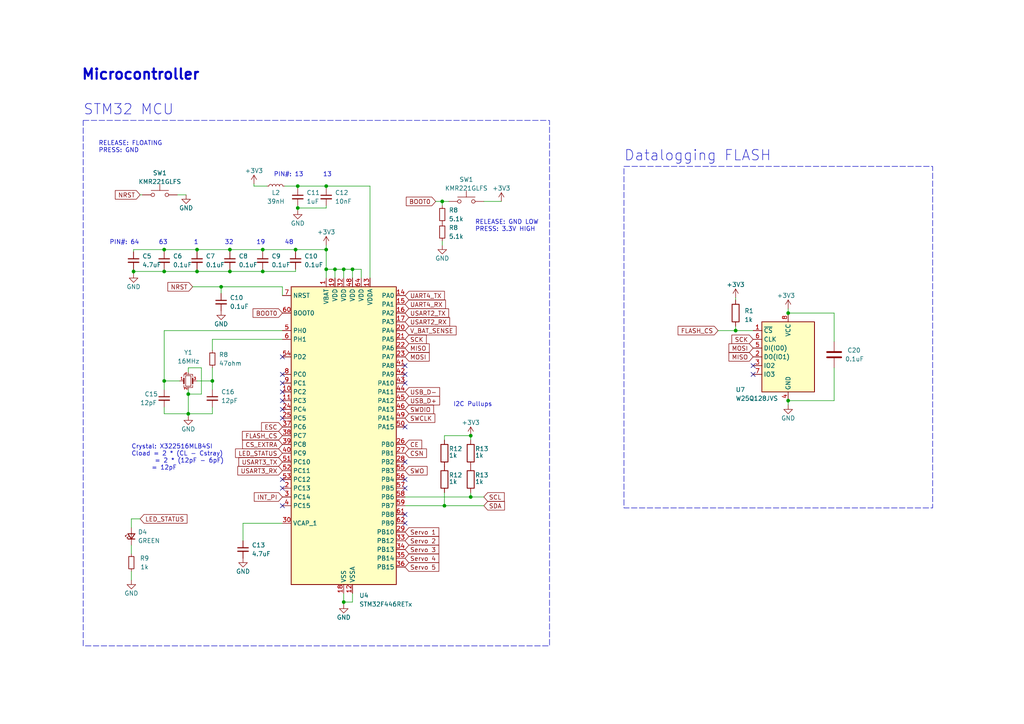
<source format=kicad_sch>
(kicad_sch (version 20230121) (generator eeschema)

  (uuid d6fa2e5f-71a6-46be-9f5f-8cbe637e9f0c)

  (paper "A4")

  (lib_symbols
    (symbol "Device:C" (pin_numbers hide) (pin_names (offset 0.254)) (in_bom yes) (on_board yes)
      (property "Reference" "C" (at 0.635 2.54 0)
        (effects (font (size 1.27 1.27)) (justify left))
      )
      (property "Value" "C" (at 0.635 -2.54 0)
        (effects (font (size 1.27 1.27)) (justify left))
      )
      (property "Footprint" "" (at 0.9652 -3.81 0)
        (effects (font (size 1.27 1.27)) hide)
      )
      (property "Datasheet" "~" (at 0 0 0)
        (effects (font (size 1.27 1.27)) hide)
      )
      (property "ki_keywords" "cap capacitor" (at 0 0 0)
        (effects (font (size 1.27 1.27)) hide)
      )
      (property "ki_description" "Unpolarized capacitor" (at 0 0 0)
        (effects (font (size 1.27 1.27)) hide)
      )
      (property "ki_fp_filters" "C_*" (at 0 0 0)
        (effects (font (size 1.27 1.27)) hide)
      )
      (symbol "C_0_1"
        (polyline
          (pts
            (xy -2.032 -0.762)
            (xy 2.032 -0.762)
          )
          (stroke (width 0.508) (type default))
          (fill (type none))
        )
        (polyline
          (pts
            (xy -2.032 0.762)
            (xy 2.032 0.762)
          )
          (stroke (width 0.508) (type default))
          (fill (type none))
        )
      )
      (symbol "C_1_1"
        (pin passive line (at 0 3.81 270) (length 2.794)
          (name "~" (effects (font (size 1.27 1.27))))
          (number "1" (effects (font (size 1.27 1.27))))
        )
        (pin passive line (at 0 -3.81 90) (length 2.794)
          (name "~" (effects (font (size 1.27 1.27))))
          (number "2" (effects (font (size 1.27 1.27))))
        )
      )
    )
    (symbol "Device:C_Small" (pin_numbers hide) (pin_names (offset 0.254) hide) (in_bom yes) (on_board yes)
      (property "Reference" "C" (at 0.254 1.778 0)
        (effects (font (size 1.27 1.27)) (justify left))
      )
      (property "Value" "C_Small" (at 0.254 -2.032 0)
        (effects (font (size 1.27 1.27)) (justify left))
      )
      (property "Footprint" "" (at 0 0 0)
        (effects (font (size 1.27 1.27)) hide)
      )
      (property "Datasheet" "~" (at 0 0 0)
        (effects (font (size 1.27 1.27)) hide)
      )
      (property "ki_keywords" "capacitor cap" (at 0 0 0)
        (effects (font (size 1.27 1.27)) hide)
      )
      (property "ki_description" "Unpolarized capacitor, small symbol" (at 0 0 0)
        (effects (font (size 1.27 1.27)) hide)
      )
      (property "ki_fp_filters" "C_*" (at 0 0 0)
        (effects (font (size 1.27 1.27)) hide)
      )
      (symbol "C_Small_0_1"
        (polyline
          (pts
            (xy -1.524 -0.508)
            (xy 1.524 -0.508)
          )
          (stroke (width 0.3302) (type default))
          (fill (type none))
        )
        (polyline
          (pts
            (xy -1.524 0.508)
            (xy 1.524 0.508)
          )
          (stroke (width 0.3048) (type default))
          (fill (type none))
        )
      )
      (symbol "C_Small_1_1"
        (pin passive line (at 0 2.54 270) (length 2.032)
          (name "~" (effects (font (size 1.27 1.27))))
          (number "1" (effects (font (size 1.27 1.27))))
        )
        (pin passive line (at 0 -2.54 90) (length 2.032)
          (name "~" (effects (font (size 1.27 1.27))))
          (number "2" (effects (font (size 1.27 1.27))))
        )
      )
    )
    (symbol "Device:Crystal_GND24_Small" (pin_names (offset 1.016) hide) (in_bom yes) (on_board yes)
      (property "Reference" "Y" (at 1.27 4.445 0)
        (effects (font (size 1.27 1.27)) (justify left))
      )
      (property "Value" "Crystal_GND24_Small" (at 1.27 2.54 0)
        (effects (font (size 1.27 1.27)) (justify left))
      )
      (property "Footprint" "" (at 0 0 0)
        (effects (font (size 1.27 1.27)) hide)
      )
      (property "Datasheet" "~" (at 0 0 0)
        (effects (font (size 1.27 1.27)) hide)
      )
      (property "ki_keywords" "quartz ceramic resonator oscillator" (at 0 0 0)
        (effects (font (size 1.27 1.27)) hide)
      )
      (property "ki_description" "Four pin crystal, GND on pins 2 and 4, small symbol" (at 0 0 0)
        (effects (font (size 1.27 1.27)) hide)
      )
      (property "ki_fp_filters" "Crystal*" (at 0 0 0)
        (effects (font (size 1.27 1.27)) hide)
      )
      (symbol "Crystal_GND24_Small_0_1"
        (rectangle (start -0.762 -1.524) (end 0.762 1.524)
          (stroke (width 0) (type default))
          (fill (type none))
        )
        (polyline
          (pts
            (xy -1.27 -0.762)
            (xy -1.27 0.762)
          )
          (stroke (width 0.381) (type default))
          (fill (type none))
        )
        (polyline
          (pts
            (xy 1.27 -0.762)
            (xy 1.27 0.762)
          )
          (stroke (width 0.381) (type default))
          (fill (type none))
        )
        (polyline
          (pts
            (xy -1.27 -1.27)
            (xy -1.27 -1.905)
            (xy 1.27 -1.905)
            (xy 1.27 -1.27)
          )
          (stroke (width 0) (type default))
          (fill (type none))
        )
        (polyline
          (pts
            (xy -1.27 1.27)
            (xy -1.27 1.905)
            (xy 1.27 1.905)
            (xy 1.27 1.27)
          )
          (stroke (width 0) (type default))
          (fill (type none))
        )
      )
      (symbol "Crystal_GND24_Small_1_1"
        (pin passive line (at -2.54 0 0) (length 1.27)
          (name "1" (effects (font (size 1.27 1.27))))
          (number "1" (effects (font (size 0.762 0.762))))
        )
        (pin passive line (at 0 -2.54 90) (length 0.635)
          (name "2" (effects (font (size 1.27 1.27))))
          (number "2" (effects (font (size 0.762 0.762))))
        )
        (pin passive line (at 2.54 0 180) (length 1.27)
          (name "3" (effects (font (size 1.27 1.27))))
          (number "3" (effects (font (size 0.762 0.762))))
        )
        (pin passive line (at 0 2.54 270) (length 0.635)
          (name "4" (effects (font (size 1.27 1.27))))
          (number "4" (effects (font (size 0.762 0.762))))
        )
      )
    )
    (symbol "Device:LED_Small" (pin_numbers hide) (pin_names (offset 0.254) hide) (in_bom yes) (on_board yes)
      (property "Reference" "D" (at -1.27 3.175 0)
        (effects (font (size 1.27 1.27)) (justify left))
      )
      (property "Value" "LED_Small" (at -4.445 -2.54 0)
        (effects (font (size 1.27 1.27)) (justify left))
      )
      (property "Footprint" "" (at 0 0 90)
        (effects (font (size 1.27 1.27)) hide)
      )
      (property "Datasheet" "~" (at 0 0 90)
        (effects (font (size 1.27 1.27)) hide)
      )
      (property "ki_keywords" "LED diode light-emitting-diode" (at 0 0 0)
        (effects (font (size 1.27 1.27)) hide)
      )
      (property "ki_description" "Light emitting diode, small symbol" (at 0 0 0)
        (effects (font (size 1.27 1.27)) hide)
      )
      (property "ki_fp_filters" "LED* LED_SMD:* LED_THT:*" (at 0 0 0)
        (effects (font (size 1.27 1.27)) hide)
      )
      (symbol "LED_Small_0_1"
        (polyline
          (pts
            (xy -0.762 -1.016)
            (xy -0.762 1.016)
          )
          (stroke (width 0.254) (type default))
          (fill (type none))
        )
        (polyline
          (pts
            (xy 1.016 0)
            (xy -0.762 0)
          )
          (stroke (width 0) (type default))
          (fill (type none))
        )
        (polyline
          (pts
            (xy 0.762 -1.016)
            (xy -0.762 0)
            (xy 0.762 1.016)
            (xy 0.762 -1.016)
          )
          (stroke (width 0.254) (type default))
          (fill (type none))
        )
        (polyline
          (pts
            (xy 0 0.762)
            (xy -0.508 1.27)
            (xy -0.254 1.27)
            (xy -0.508 1.27)
            (xy -0.508 1.016)
          )
          (stroke (width 0) (type default))
          (fill (type none))
        )
        (polyline
          (pts
            (xy 0.508 1.27)
            (xy 0 1.778)
            (xy 0.254 1.778)
            (xy 0 1.778)
            (xy 0 1.524)
          )
          (stroke (width 0) (type default))
          (fill (type none))
        )
      )
      (symbol "LED_Small_1_1"
        (pin passive line (at -2.54 0 0) (length 1.778)
          (name "K" (effects (font (size 1.27 1.27))))
          (number "1" (effects (font (size 1.27 1.27))))
        )
        (pin passive line (at 2.54 0 180) (length 1.778)
          (name "A" (effects (font (size 1.27 1.27))))
          (number "2" (effects (font (size 1.27 1.27))))
        )
      )
    )
    (symbol "Device:L_Small" (pin_numbers hide) (pin_names (offset 0.254) hide) (in_bom yes) (on_board yes)
      (property "Reference" "L" (at 0.762 1.016 0)
        (effects (font (size 1.27 1.27)) (justify left))
      )
      (property "Value" "L_Small" (at 0.762 -1.016 0)
        (effects (font (size 1.27 1.27)) (justify left))
      )
      (property "Footprint" "" (at 0 0 0)
        (effects (font (size 1.27 1.27)) hide)
      )
      (property "Datasheet" "~" (at 0 0 0)
        (effects (font (size 1.27 1.27)) hide)
      )
      (property "ki_keywords" "inductor choke coil reactor magnetic" (at 0 0 0)
        (effects (font (size 1.27 1.27)) hide)
      )
      (property "ki_description" "Inductor, small symbol" (at 0 0 0)
        (effects (font (size 1.27 1.27)) hide)
      )
      (property "ki_fp_filters" "Choke_* *Coil* Inductor_* L_*" (at 0 0 0)
        (effects (font (size 1.27 1.27)) hide)
      )
      (symbol "L_Small_0_1"
        (arc (start 0 -2.032) (mid 0.5058 -1.524) (end 0 -1.016)
          (stroke (width 0) (type default))
          (fill (type none))
        )
        (arc (start 0 -1.016) (mid 0.5058 -0.508) (end 0 0)
          (stroke (width 0) (type default))
          (fill (type none))
        )
        (arc (start 0 0) (mid 0.5058 0.508) (end 0 1.016)
          (stroke (width 0) (type default))
          (fill (type none))
        )
        (arc (start 0 1.016) (mid 0.5058 1.524) (end 0 2.032)
          (stroke (width 0) (type default))
          (fill (type none))
        )
      )
      (symbol "L_Small_1_1"
        (pin passive line (at 0 2.54 270) (length 0.508)
          (name "~" (effects (font (size 1.27 1.27))))
          (number "1" (effects (font (size 1.27 1.27))))
        )
        (pin passive line (at 0 -2.54 90) (length 0.508)
          (name "~" (effects (font (size 1.27 1.27))))
          (number "2" (effects (font (size 1.27 1.27))))
        )
      )
    )
    (symbol "Device:R" (pin_numbers hide) (pin_names (offset 0)) (in_bom yes) (on_board yes)
      (property "Reference" "R" (at 2.032 0 90)
        (effects (font (size 1.27 1.27)))
      )
      (property "Value" "R" (at 0 0 90)
        (effects (font (size 1.27 1.27)))
      )
      (property "Footprint" "" (at -1.778 0 90)
        (effects (font (size 1.27 1.27)) hide)
      )
      (property "Datasheet" "~" (at 0 0 0)
        (effects (font (size 1.27 1.27)) hide)
      )
      (property "ki_keywords" "R res resistor" (at 0 0 0)
        (effects (font (size 1.27 1.27)) hide)
      )
      (property "ki_description" "Resistor" (at 0 0 0)
        (effects (font (size 1.27 1.27)) hide)
      )
      (property "ki_fp_filters" "R_*" (at 0 0 0)
        (effects (font (size 1.27 1.27)) hide)
      )
      (symbol "R_0_1"
        (rectangle (start -1.016 -2.54) (end 1.016 2.54)
          (stroke (width 0.254) (type default))
          (fill (type none))
        )
      )
      (symbol "R_1_1"
        (pin passive line (at 0 3.81 270) (length 1.27)
          (name "~" (effects (font (size 1.27 1.27))))
          (number "1" (effects (font (size 1.27 1.27))))
        )
        (pin passive line (at 0 -3.81 90) (length 1.27)
          (name "~" (effects (font (size 1.27 1.27))))
          (number "2" (effects (font (size 1.27 1.27))))
        )
      )
    )
    (symbol "Device:R_Small" (pin_numbers hide) (pin_names (offset 0.254) hide) (in_bom yes) (on_board yes)
      (property "Reference" "R" (at 0.762 0.508 0)
        (effects (font (size 1.27 1.27)) (justify left))
      )
      (property "Value" "R_Small" (at 0.762 -1.016 0)
        (effects (font (size 1.27 1.27)) (justify left))
      )
      (property "Footprint" "" (at 0 0 0)
        (effects (font (size 1.27 1.27)) hide)
      )
      (property "Datasheet" "~" (at 0 0 0)
        (effects (font (size 1.27 1.27)) hide)
      )
      (property "ki_keywords" "R resistor" (at 0 0 0)
        (effects (font (size 1.27 1.27)) hide)
      )
      (property "ki_description" "Resistor, small symbol" (at 0 0 0)
        (effects (font (size 1.27 1.27)) hide)
      )
      (property "ki_fp_filters" "R_*" (at 0 0 0)
        (effects (font (size 1.27 1.27)) hide)
      )
      (symbol "R_Small_0_1"
        (rectangle (start -0.762 1.778) (end 0.762 -1.778)
          (stroke (width 0.2032) (type default))
          (fill (type none))
        )
      )
      (symbol "R_Small_1_1"
        (pin passive line (at 0 2.54 270) (length 0.762)
          (name "~" (effects (font (size 1.27 1.27))))
          (number "1" (effects (font (size 1.27 1.27))))
        )
        (pin passive line (at 0 -2.54 90) (length 0.762)
          (name "~" (effects (font (size 1.27 1.27))))
          (number "2" (effects (font (size 1.27 1.27))))
        )
      )
    )
    (symbol "MCU_ST_STM32F4:STM32F446RETx" (in_bom yes) (on_board yes)
      (property "Reference" "U" (at -15.24 44.45 0)
        (effects (font (size 1.27 1.27)) (justify left))
      )
      (property "Value" "STM32F446RETx" (at 10.16 44.45 0)
        (effects (font (size 1.27 1.27)) (justify left))
      )
      (property "Footprint" "Package_QFP:LQFP-64_10x10mm_P0.5mm" (at -15.24 -43.18 0)
        (effects (font (size 1.27 1.27)) (justify right) hide)
      )
      (property "Datasheet" "https://www.st.com/resource/en/datasheet/stm32f446re.pdf" (at 0 0 0)
        (effects (font (size 1.27 1.27)) hide)
      )
      (property "ki_locked" "" (at 0 0 0)
        (effects (font (size 1.27 1.27)))
      )
      (property "ki_keywords" "Arm Cortex-M4 STM32F4 STM32F446" (at 0 0 0)
        (effects (font (size 1.27 1.27)) hide)
      )
      (property "ki_description" "STMicroelectronics Arm Cortex-M4 MCU, 512KB flash, 128KB RAM, 180 MHz, 1.8-3.6V, 50 GPIO, LQFP64" (at 0 0 0)
        (effects (font (size 1.27 1.27)) hide)
      )
      (property "ki_fp_filters" "LQFP*10x10mm*P0.5mm*" (at 0 0 0)
        (effects (font (size 1.27 1.27)) hide)
      )
      (symbol "STM32F446RETx_0_1"
        (rectangle (start -15.24 -43.18) (end 15.24 43.18)
          (stroke (width 0.254) (type default))
          (fill (type background))
        )
      )
      (symbol "STM32F446RETx_1_1"
        (pin power_in line (at -5.08 45.72 270) (length 2.54)
          (name "VBAT" (effects (font (size 1.27 1.27))))
          (number "1" (effects (font (size 1.27 1.27))))
        )
        (pin bidirectional line (at -17.78 12.7 0) (length 2.54)
          (name "PC2" (effects (font (size 1.27 1.27))))
          (number "10" (effects (font (size 1.27 1.27))))
          (alternate "ADC1_IN12" bidirectional line)
          (alternate "ADC2_IN12" bidirectional line)
          (alternate "ADC3_IN12" bidirectional line)
          (alternate "SPI2_MISO" bidirectional line)
          (alternate "USB_OTG_HS_ULPI_DIR" bidirectional line)
        )
        (pin bidirectional line (at -17.78 10.16 0) (length 2.54)
          (name "PC3" (effects (font (size 1.27 1.27))))
          (number "11" (effects (font (size 1.27 1.27))))
          (alternate "ADC1_IN13" bidirectional line)
          (alternate "ADC2_IN13" bidirectional line)
          (alternate "ADC3_IN13" bidirectional line)
          (alternate "I2S2_SD" bidirectional line)
          (alternate "SPI2_MOSI" bidirectional line)
          (alternate "USB_OTG_HS_ULPI_NXT" bidirectional line)
        )
        (pin power_in line (at 2.54 -45.72 90) (length 2.54)
          (name "VSSA" (effects (font (size 1.27 1.27))))
          (number "12" (effects (font (size 1.27 1.27))))
        )
        (pin power_in line (at 7.62 45.72 270) (length 2.54)
          (name "VDDA" (effects (font (size 1.27 1.27))))
          (number "13" (effects (font (size 1.27 1.27))))
        )
        (pin bidirectional line (at 17.78 40.64 180) (length 2.54)
          (name "PA0" (effects (font (size 1.27 1.27))))
          (number "14" (effects (font (size 1.27 1.27))))
          (alternate "ADC1_IN0" bidirectional line)
          (alternate "ADC2_IN0" bidirectional line)
          (alternate "ADC3_IN0" bidirectional line)
          (alternate "RTC_AF2" bidirectional line)
          (alternate "SYS_WKUP0" bidirectional line)
          (alternate "TIM2_CH1" bidirectional line)
          (alternate "TIM2_ETR" bidirectional line)
          (alternate "TIM5_CH1" bidirectional line)
          (alternate "TIM8_ETR" bidirectional line)
          (alternate "UART4_TX" bidirectional line)
          (alternate "USART2_CTS" bidirectional line)
        )
        (pin bidirectional line (at 17.78 38.1 180) (length 2.54)
          (name "PA1" (effects (font (size 1.27 1.27))))
          (number "15" (effects (font (size 1.27 1.27))))
          (alternate "ADC1_IN1" bidirectional line)
          (alternate "ADC2_IN1" bidirectional line)
          (alternate "ADC3_IN1" bidirectional line)
          (alternate "QUADSPI_BK1_IO3" bidirectional line)
          (alternate "TIM2_CH2" bidirectional line)
          (alternate "TIM5_CH2" bidirectional line)
          (alternate "UART4_RX" bidirectional line)
          (alternate "USART2_RTS" bidirectional line)
        )
        (pin bidirectional line (at 17.78 35.56 180) (length 2.54)
          (name "PA2" (effects (font (size 1.27 1.27))))
          (number "16" (effects (font (size 1.27 1.27))))
          (alternate "ADC1_IN2" bidirectional line)
          (alternate "ADC2_IN2" bidirectional line)
          (alternate "ADC3_IN2" bidirectional line)
          (alternate "TIM2_CH3" bidirectional line)
          (alternate "TIM5_CH3" bidirectional line)
          (alternate "TIM9_CH1" bidirectional line)
          (alternate "USART2_TX" bidirectional line)
        )
        (pin bidirectional line (at 17.78 33.02 180) (length 2.54)
          (name "PA3" (effects (font (size 1.27 1.27))))
          (number "17" (effects (font (size 1.27 1.27))))
          (alternate "ADC1_IN3" bidirectional line)
          (alternate "ADC2_IN3" bidirectional line)
          (alternate "ADC3_IN3" bidirectional line)
          (alternate "SAI1_FS_A" bidirectional line)
          (alternate "TIM2_CH4" bidirectional line)
          (alternate "TIM5_CH4" bidirectional line)
          (alternate "TIM9_CH2" bidirectional line)
          (alternate "USART2_RX" bidirectional line)
          (alternate "USB_OTG_HS_ULPI_D0" bidirectional line)
        )
        (pin power_in line (at 0 -45.72 90) (length 2.54)
          (name "VSS" (effects (font (size 1.27 1.27))))
          (number "18" (effects (font (size 1.27 1.27))))
        )
        (pin power_in line (at -2.54 45.72 270) (length 2.54)
          (name "VDD" (effects (font (size 1.27 1.27))))
          (number "19" (effects (font (size 1.27 1.27))))
        )
        (pin bidirectional line (at -17.78 -15.24 0) (length 2.54)
          (name "PC13" (effects (font (size 1.27 1.27))))
          (number "2" (effects (font (size 1.27 1.27))))
          (alternate "RTC_AF1" bidirectional line)
          (alternate "SYS_WKUP1" bidirectional line)
        )
        (pin bidirectional line (at 17.78 30.48 180) (length 2.54)
          (name "PA4" (effects (font (size 1.27 1.27))))
          (number "20" (effects (font (size 1.27 1.27))))
          (alternate "ADC1_IN4" bidirectional line)
          (alternate "ADC2_IN4" bidirectional line)
          (alternate "DAC_OUT1" bidirectional line)
          (alternate "DCMI_HSYNC" bidirectional line)
          (alternate "I2S1_WS" bidirectional line)
          (alternate "I2S3_WS" bidirectional line)
          (alternate "SPI1_NSS" bidirectional line)
          (alternate "SPI3_NSS" bidirectional line)
          (alternate "USART2_CK" bidirectional line)
          (alternate "USB_OTG_HS_SOF" bidirectional line)
        )
        (pin bidirectional line (at 17.78 27.94 180) (length 2.54)
          (name "PA5" (effects (font (size 1.27 1.27))))
          (number "21" (effects (font (size 1.27 1.27))))
          (alternate "ADC1_IN5" bidirectional line)
          (alternate "ADC2_IN5" bidirectional line)
          (alternate "DAC_OUT2" bidirectional line)
          (alternate "I2S1_CK" bidirectional line)
          (alternate "SPI1_SCK" bidirectional line)
          (alternate "TIM2_CH1" bidirectional line)
          (alternate "TIM2_ETR" bidirectional line)
          (alternate "TIM8_CH1N" bidirectional line)
          (alternate "USB_OTG_HS_ULPI_CK" bidirectional line)
        )
        (pin bidirectional line (at 17.78 25.4 180) (length 2.54)
          (name "PA6" (effects (font (size 1.27 1.27))))
          (number "22" (effects (font (size 1.27 1.27))))
          (alternate "ADC1_IN6" bidirectional line)
          (alternate "ADC2_IN6" bidirectional line)
          (alternate "DCMI_PIXCLK" bidirectional line)
          (alternate "I2S2_MCK" bidirectional line)
          (alternate "SPI1_MISO" bidirectional line)
          (alternate "TIM13_CH1" bidirectional line)
          (alternate "TIM1_BKIN" bidirectional line)
          (alternate "TIM3_CH1" bidirectional line)
          (alternate "TIM8_BKIN" bidirectional line)
        )
        (pin bidirectional line (at 17.78 22.86 180) (length 2.54)
          (name "PA7" (effects (font (size 1.27 1.27))))
          (number "23" (effects (font (size 1.27 1.27))))
          (alternate "ADC1_IN7" bidirectional line)
          (alternate "ADC2_IN7" bidirectional line)
          (alternate "I2S1_SD" bidirectional line)
          (alternate "SPI1_MOSI" bidirectional line)
          (alternate "TIM14_CH1" bidirectional line)
          (alternate "TIM1_CH1N" bidirectional line)
          (alternate "TIM3_CH2" bidirectional line)
          (alternate "TIM8_CH1N" bidirectional line)
        )
        (pin bidirectional line (at -17.78 7.62 0) (length 2.54)
          (name "PC4" (effects (font (size 1.27 1.27))))
          (number "24" (effects (font (size 1.27 1.27))))
          (alternate "ADC1_IN14" bidirectional line)
          (alternate "ADC2_IN14" bidirectional line)
          (alternate "I2S1_MCK" bidirectional line)
          (alternate "SPDIFRX_IN2" bidirectional line)
        )
        (pin bidirectional line (at -17.78 5.08 0) (length 2.54)
          (name "PC5" (effects (font (size 1.27 1.27))))
          (number "25" (effects (font (size 1.27 1.27))))
          (alternate "ADC1_IN15" bidirectional line)
          (alternate "ADC2_IN15" bidirectional line)
          (alternate "SPDIFRX_IN3" bidirectional line)
          (alternate "USART3_RX" bidirectional line)
        )
        (pin bidirectional line (at 17.78 -2.54 180) (length 2.54)
          (name "PB0" (effects (font (size 1.27 1.27))))
          (number "26" (effects (font (size 1.27 1.27))))
          (alternate "ADC1_IN8" bidirectional line)
          (alternate "ADC2_IN8" bidirectional line)
          (alternate "I2S3_SD" bidirectional line)
          (alternate "SDIO_D1" bidirectional line)
          (alternate "SPI3_MOSI" bidirectional line)
          (alternate "TIM1_CH2N" bidirectional line)
          (alternate "TIM3_CH3" bidirectional line)
          (alternate "TIM8_CH2N" bidirectional line)
          (alternate "UART4_CTS" bidirectional line)
          (alternate "USB_OTG_HS_ULPI_D1" bidirectional line)
        )
        (pin bidirectional line (at 17.78 -5.08 180) (length 2.54)
          (name "PB1" (effects (font (size 1.27 1.27))))
          (number "27" (effects (font (size 1.27 1.27))))
          (alternate "ADC1_IN9" bidirectional line)
          (alternate "ADC2_IN9" bidirectional line)
          (alternate "SDIO_D2" bidirectional line)
          (alternate "TIM1_CH3N" bidirectional line)
          (alternate "TIM3_CH4" bidirectional line)
          (alternate "TIM8_CH3N" bidirectional line)
          (alternate "USB_OTG_HS_ULPI_D2" bidirectional line)
        )
        (pin bidirectional line (at 17.78 -7.62 180) (length 2.54)
          (name "PB2" (effects (font (size 1.27 1.27))))
          (number "28" (effects (font (size 1.27 1.27))))
          (alternate "I2S3_SD" bidirectional line)
          (alternate "QUADSPI_CLK" bidirectional line)
          (alternate "SAI1_SD_A" bidirectional line)
          (alternate "SDIO_CK" bidirectional line)
          (alternate "SPI3_MOSI" bidirectional line)
          (alternate "TIM2_CH4" bidirectional line)
          (alternate "USB_OTG_HS_ULPI_D4" bidirectional line)
        )
        (pin bidirectional line (at 17.78 -27.94 180) (length 2.54)
          (name "PB10" (effects (font (size 1.27 1.27))))
          (number "29" (effects (font (size 1.27 1.27))))
          (alternate "I2C2_SCL" bidirectional line)
          (alternate "I2S2_CK" bidirectional line)
          (alternate "SAI1_SCK_A" bidirectional line)
          (alternate "SPI2_SCK" bidirectional line)
          (alternate "TIM2_CH3" bidirectional line)
          (alternate "USART3_TX" bidirectional line)
          (alternate "USB_OTG_HS_ULPI_D3" bidirectional line)
        )
        (pin bidirectional line (at -17.78 -17.78 0) (length 2.54)
          (name "PC14" (effects (font (size 1.27 1.27))))
          (number "3" (effects (font (size 1.27 1.27))))
          (alternate "RCC_OSC32_IN" bidirectional line)
        )
        (pin power_out line (at -17.78 -25.4 0) (length 2.54)
          (name "VCAP_1" (effects (font (size 1.27 1.27))))
          (number "30" (effects (font (size 1.27 1.27))))
        )
        (pin passive line (at 0 -45.72 90) (length 2.54) hide
          (name "VSS" (effects (font (size 1.27 1.27))))
          (number "31" (effects (font (size 1.27 1.27))))
        )
        (pin power_in line (at 0 45.72 270) (length 2.54)
          (name "VDD" (effects (font (size 1.27 1.27))))
          (number "32" (effects (font (size 1.27 1.27))))
        )
        (pin bidirectional line (at 17.78 -30.48 180) (length 2.54)
          (name "PB12" (effects (font (size 1.27 1.27))))
          (number "33" (effects (font (size 1.27 1.27))))
          (alternate "CAN2_RX" bidirectional line)
          (alternate "I2C2_SMBA" bidirectional line)
          (alternate "I2S2_WS" bidirectional line)
          (alternate "SAI1_SCK_B" bidirectional line)
          (alternate "SPI2_NSS" bidirectional line)
          (alternate "TIM1_BKIN" bidirectional line)
          (alternate "USART3_CK" bidirectional line)
          (alternate "USB_OTG_HS_ID" bidirectional line)
          (alternate "USB_OTG_HS_ULPI_D5" bidirectional line)
        )
        (pin bidirectional line (at 17.78 -33.02 180) (length 2.54)
          (name "PB13" (effects (font (size 1.27 1.27))))
          (number "34" (effects (font (size 1.27 1.27))))
          (alternate "CAN2_TX" bidirectional line)
          (alternate "I2S2_CK" bidirectional line)
          (alternate "SPI2_SCK" bidirectional line)
          (alternate "TIM1_CH1N" bidirectional line)
          (alternate "USART3_CTS" bidirectional line)
          (alternate "USB_OTG_HS_ULPI_D6" bidirectional line)
          (alternate "USB_OTG_HS_VBUS" bidirectional line)
        )
        (pin bidirectional line (at 17.78 -35.56 180) (length 2.54)
          (name "PB14" (effects (font (size 1.27 1.27))))
          (number "35" (effects (font (size 1.27 1.27))))
          (alternate "SPI2_MISO" bidirectional line)
          (alternate "TIM12_CH1" bidirectional line)
          (alternate "TIM1_CH2N" bidirectional line)
          (alternate "TIM8_CH2N" bidirectional line)
          (alternate "USART3_RTS" bidirectional line)
          (alternate "USB_OTG_HS_DM" bidirectional line)
        )
        (pin bidirectional line (at 17.78 -38.1 180) (length 2.54)
          (name "PB15" (effects (font (size 1.27 1.27))))
          (number "36" (effects (font (size 1.27 1.27))))
          (alternate "ADC1_EXTI15" bidirectional line)
          (alternate "ADC2_EXTI15" bidirectional line)
          (alternate "ADC3_EXTI15" bidirectional line)
          (alternate "I2S2_SD" bidirectional line)
          (alternate "RTC_REFIN" bidirectional line)
          (alternate "SPI2_MOSI" bidirectional line)
          (alternate "TIM12_CH2" bidirectional line)
          (alternate "TIM1_CH3N" bidirectional line)
          (alternate "TIM8_CH3N" bidirectional line)
          (alternate "USB_OTG_HS_DP" bidirectional line)
        )
        (pin bidirectional line (at -17.78 2.54 0) (length 2.54)
          (name "PC6" (effects (font (size 1.27 1.27))))
          (number "37" (effects (font (size 1.27 1.27))))
          (alternate "DCMI_D0" bidirectional line)
          (alternate "FMPI2C1_SCL" bidirectional line)
          (alternate "I2S2_MCK" bidirectional line)
          (alternate "SDIO_D6" bidirectional line)
          (alternate "TIM3_CH1" bidirectional line)
          (alternate "TIM8_CH1" bidirectional line)
          (alternate "USART6_TX" bidirectional line)
        )
        (pin bidirectional line (at -17.78 0 0) (length 2.54)
          (name "PC7" (effects (font (size 1.27 1.27))))
          (number "38" (effects (font (size 1.27 1.27))))
          (alternate "DCMI_D1" bidirectional line)
          (alternate "FMPI2C1_SDA" bidirectional line)
          (alternate "I2S2_CK" bidirectional line)
          (alternate "I2S3_MCK" bidirectional line)
          (alternate "SDIO_D7" bidirectional line)
          (alternate "SPDIFRX_IN1" bidirectional line)
          (alternate "SPI2_SCK" bidirectional line)
          (alternate "TIM3_CH2" bidirectional line)
          (alternate "TIM8_CH2" bidirectional line)
          (alternate "USART6_RX" bidirectional line)
        )
        (pin bidirectional line (at -17.78 -2.54 0) (length 2.54)
          (name "PC8" (effects (font (size 1.27 1.27))))
          (number "39" (effects (font (size 1.27 1.27))))
          (alternate "DCMI_D2" bidirectional line)
          (alternate "SDIO_D0" bidirectional line)
          (alternate "SYS_TRACED0" bidirectional line)
          (alternate "TIM3_CH3" bidirectional line)
          (alternate "TIM8_CH3" bidirectional line)
          (alternate "UART5_RTS" bidirectional line)
          (alternate "USART6_CK" bidirectional line)
        )
        (pin bidirectional line (at -17.78 -20.32 0) (length 2.54)
          (name "PC15" (effects (font (size 1.27 1.27))))
          (number "4" (effects (font (size 1.27 1.27))))
          (alternate "ADC1_EXTI15" bidirectional line)
          (alternate "ADC2_EXTI15" bidirectional line)
          (alternate "ADC3_EXTI15" bidirectional line)
          (alternate "RCC_OSC32_OUT" bidirectional line)
        )
        (pin bidirectional line (at -17.78 -5.08 0) (length 2.54)
          (name "PC9" (effects (font (size 1.27 1.27))))
          (number "40" (effects (font (size 1.27 1.27))))
          (alternate "DAC_EXTI9" bidirectional line)
          (alternate "DCMI_D3" bidirectional line)
          (alternate "I2C3_SDA" bidirectional line)
          (alternate "I2S_CKIN" bidirectional line)
          (alternate "QUADSPI_BK1_IO0" bidirectional line)
          (alternate "RCC_MCO_2" bidirectional line)
          (alternate "SDIO_D1" bidirectional line)
          (alternate "TIM3_CH4" bidirectional line)
          (alternate "TIM8_CH4" bidirectional line)
          (alternate "UART5_CTS" bidirectional line)
        )
        (pin bidirectional line (at 17.78 20.32 180) (length 2.54)
          (name "PA8" (effects (font (size 1.27 1.27))))
          (number "41" (effects (font (size 1.27 1.27))))
          (alternate "I2C3_SCL" bidirectional line)
          (alternate "RCC_MCO_1" bidirectional line)
          (alternate "TIM1_CH1" bidirectional line)
          (alternate "USART1_CK" bidirectional line)
          (alternate "USB_OTG_FS_SOF" bidirectional line)
        )
        (pin bidirectional line (at 17.78 17.78 180) (length 2.54)
          (name "PA9" (effects (font (size 1.27 1.27))))
          (number "42" (effects (font (size 1.27 1.27))))
          (alternate "DAC_EXTI9" bidirectional line)
          (alternate "DCMI_D0" bidirectional line)
          (alternate "I2C3_SMBA" bidirectional line)
          (alternate "I2S2_CK" bidirectional line)
          (alternate "SAI1_SD_B" bidirectional line)
          (alternate "SPI2_SCK" bidirectional line)
          (alternate "TIM1_CH2" bidirectional line)
          (alternate "USART1_TX" bidirectional line)
          (alternate "USB_OTG_FS_VBUS" bidirectional line)
        )
        (pin bidirectional line (at 17.78 15.24 180) (length 2.54)
          (name "PA10" (effects (font (size 1.27 1.27))))
          (number "43" (effects (font (size 1.27 1.27))))
          (alternate "DCMI_D1" bidirectional line)
          (alternate "TIM1_CH3" bidirectional line)
          (alternate "USART1_RX" bidirectional line)
          (alternate "USB_OTG_FS_ID" bidirectional line)
        )
        (pin bidirectional line (at 17.78 12.7 180) (length 2.54)
          (name "PA11" (effects (font (size 1.27 1.27))))
          (number "44" (effects (font (size 1.27 1.27))))
          (alternate "ADC1_EXTI11" bidirectional line)
          (alternate "ADC2_EXTI11" bidirectional line)
          (alternate "ADC3_EXTI11" bidirectional line)
          (alternate "CAN1_RX" bidirectional line)
          (alternate "TIM1_CH4" bidirectional line)
          (alternate "USART1_CTS" bidirectional line)
          (alternate "USB_OTG_FS_DM" bidirectional line)
        )
        (pin bidirectional line (at 17.78 10.16 180) (length 2.54)
          (name "PA12" (effects (font (size 1.27 1.27))))
          (number "45" (effects (font (size 1.27 1.27))))
          (alternate "CAN1_TX" bidirectional line)
          (alternate "TIM1_ETR" bidirectional line)
          (alternate "USART1_RTS" bidirectional line)
          (alternate "USB_OTG_FS_DP" bidirectional line)
        )
        (pin bidirectional line (at 17.78 7.62 180) (length 2.54)
          (name "PA13" (effects (font (size 1.27 1.27))))
          (number "46" (effects (font (size 1.27 1.27))))
          (alternate "SYS_JTMS-SWDIO" bidirectional line)
        )
        (pin passive line (at 0 -45.72 90) (length 2.54) hide
          (name "VSS" (effects (font (size 1.27 1.27))))
          (number "47" (effects (font (size 1.27 1.27))))
        )
        (pin power_in line (at 2.54 45.72 270) (length 2.54)
          (name "VDD" (effects (font (size 1.27 1.27))))
          (number "48" (effects (font (size 1.27 1.27))))
        )
        (pin bidirectional line (at 17.78 5.08 180) (length 2.54)
          (name "PA14" (effects (font (size 1.27 1.27))))
          (number "49" (effects (font (size 1.27 1.27))))
          (alternate "SYS_JTCK-SWCLK" bidirectional line)
        )
        (pin bidirectional line (at -17.78 30.48 0) (length 2.54)
          (name "PH0" (effects (font (size 1.27 1.27))))
          (number "5" (effects (font (size 1.27 1.27))))
          (alternate "RCC_OSC_IN" bidirectional line)
        )
        (pin bidirectional line (at 17.78 2.54 180) (length 2.54)
          (name "PA15" (effects (font (size 1.27 1.27))))
          (number "50" (effects (font (size 1.27 1.27))))
          (alternate "ADC1_EXTI15" bidirectional line)
          (alternate "ADC2_EXTI15" bidirectional line)
          (alternate "ADC3_EXTI15" bidirectional line)
          (alternate "CEC" bidirectional line)
          (alternate "I2S1_WS" bidirectional line)
          (alternate "I2S3_WS" bidirectional line)
          (alternate "SPI1_NSS" bidirectional line)
          (alternate "SPI3_NSS" bidirectional line)
          (alternate "SYS_JTDI" bidirectional line)
          (alternate "TIM2_CH1" bidirectional line)
          (alternate "TIM2_ETR" bidirectional line)
          (alternate "UART4_RTS" bidirectional line)
        )
        (pin bidirectional line (at -17.78 -7.62 0) (length 2.54)
          (name "PC10" (effects (font (size 1.27 1.27))))
          (number "51" (effects (font (size 1.27 1.27))))
          (alternate "DCMI_D8" bidirectional line)
          (alternate "I2S3_CK" bidirectional line)
          (alternate "QUADSPI_BK1_IO1" bidirectional line)
          (alternate "SDIO_D2" bidirectional line)
          (alternate "SPI3_SCK" bidirectional line)
          (alternate "UART4_TX" bidirectional line)
          (alternate "USART3_TX" bidirectional line)
        )
        (pin bidirectional line (at -17.78 -10.16 0) (length 2.54)
          (name "PC11" (effects (font (size 1.27 1.27))))
          (number "52" (effects (font (size 1.27 1.27))))
          (alternate "ADC1_EXTI11" bidirectional line)
          (alternate "ADC2_EXTI11" bidirectional line)
          (alternate "ADC3_EXTI11" bidirectional line)
          (alternate "DCMI_D4" bidirectional line)
          (alternate "QUADSPI_BK2_NCS" bidirectional line)
          (alternate "SDIO_D3" bidirectional line)
          (alternate "SPI3_MISO" bidirectional line)
          (alternate "UART4_RX" bidirectional line)
          (alternate "USART3_RX" bidirectional line)
        )
        (pin bidirectional line (at -17.78 -12.7 0) (length 2.54)
          (name "PC12" (effects (font (size 1.27 1.27))))
          (number "53" (effects (font (size 1.27 1.27))))
          (alternate "DCMI_D9" bidirectional line)
          (alternate "I2C2_SDA" bidirectional line)
          (alternate "I2S3_SD" bidirectional line)
          (alternate "SDIO_CK" bidirectional line)
          (alternate "SPI3_MOSI" bidirectional line)
          (alternate "UART5_TX" bidirectional line)
          (alternate "USART3_CK" bidirectional line)
        )
        (pin bidirectional line (at -17.78 22.86 0) (length 2.54)
          (name "PD2" (effects (font (size 1.27 1.27))))
          (number "54" (effects (font (size 1.27 1.27))))
          (alternate "DCMI_D11" bidirectional line)
          (alternate "SDIO_CMD" bidirectional line)
          (alternate "TIM3_ETR" bidirectional line)
          (alternate "UART5_RX" bidirectional line)
        )
        (pin bidirectional line (at 17.78 -10.16 180) (length 2.54)
          (name "PB3" (effects (font (size 1.27 1.27))))
          (number "55" (effects (font (size 1.27 1.27))))
          (alternate "I2C2_SDA" bidirectional line)
          (alternate "I2S1_CK" bidirectional line)
          (alternate "I2S3_CK" bidirectional line)
          (alternate "SPI1_SCK" bidirectional line)
          (alternate "SPI3_SCK" bidirectional line)
          (alternate "SYS_JTDO-SWO" bidirectional line)
          (alternate "TIM2_CH2" bidirectional line)
        )
        (pin bidirectional line (at 17.78 -12.7 180) (length 2.54)
          (name "PB4" (effects (font (size 1.27 1.27))))
          (number "56" (effects (font (size 1.27 1.27))))
          (alternate "I2C3_SDA" bidirectional line)
          (alternate "I2S2_WS" bidirectional line)
          (alternate "SPI1_MISO" bidirectional line)
          (alternate "SPI2_NSS" bidirectional line)
          (alternate "SPI3_MISO" bidirectional line)
          (alternate "SYS_JTRST" bidirectional line)
          (alternate "TIM3_CH1" bidirectional line)
        )
        (pin bidirectional line (at 17.78 -15.24 180) (length 2.54)
          (name "PB5" (effects (font (size 1.27 1.27))))
          (number "57" (effects (font (size 1.27 1.27))))
          (alternate "CAN2_RX" bidirectional line)
          (alternate "DCMI_D10" bidirectional line)
          (alternate "I2C1_SMBA" bidirectional line)
          (alternate "I2S1_SD" bidirectional line)
          (alternate "I2S3_SD" bidirectional line)
          (alternate "SPI1_MOSI" bidirectional line)
          (alternate "SPI3_MOSI" bidirectional line)
          (alternate "TIM3_CH2" bidirectional line)
          (alternate "USB_OTG_HS_ULPI_D7" bidirectional line)
        )
        (pin bidirectional line (at 17.78 -17.78 180) (length 2.54)
          (name "PB6" (effects (font (size 1.27 1.27))))
          (number "58" (effects (font (size 1.27 1.27))))
          (alternate "CAN2_TX" bidirectional line)
          (alternate "CEC" bidirectional line)
          (alternate "DCMI_D5" bidirectional line)
          (alternate "I2C1_SCL" bidirectional line)
          (alternate "QUADSPI_BK1_NCS" bidirectional line)
          (alternate "TIM4_CH1" bidirectional line)
          (alternate "USART1_TX" bidirectional line)
        )
        (pin bidirectional line (at 17.78 -20.32 180) (length 2.54)
          (name "PB7" (effects (font (size 1.27 1.27))))
          (number "59" (effects (font (size 1.27 1.27))))
          (alternate "DCMI_VSYNC" bidirectional line)
          (alternate "I2C1_SDA" bidirectional line)
          (alternate "SPDIFRX_IN0" bidirectional line)
          (alternate "TIM4_CH2" bidirectional line)
          (alternate "USART1_RX" bidirectional line)
        )
        (pin bidirectional line (at -17.78 27.94 0) (length 2.54)
          (name "PH1" (effects (font (size 1.27 1.27))))
          (number "6" (effects (font (size 1.27 1.27))))
          (alternate "RCC_OSC_OUT" bidirectional line)
        )
        (pin input line (at -17.78 35.56 0) (length 2.54)
          (name "BOOT0" (effects (font (size 1.27 1.27))))
          (number "60" (effects (font (size 1.27 1.27))))
        )
        (pin bidirectional line (at 17.78 -22.86 180) (length 2.54)
          (name "PB8" (effects (font (size 1.27 1.27))))
          (number "61" (effects (font (size 1.27 1.27))))
          (alternate "CAN1_RX" bidirectional line)
          (alternate "DCMI_D6" bidirectional line)
          (alternate "I2C1_SCL" bidirectional line)
          (alternate "SDIO_D4" bidirectional line)
          (alternate "TIM10_CH1" bidirectional line)
          (alternate "TIM2_CH1" bidirectional line)
          (alternate "TIM2_ETR" bidirectional line)
          (alternate "TIM4_CH3" bidirectional line)
        )
        (pin bidirectional line (at 17.78 -25.4 180) (length 2.54)
          (name "PB9" (effects (font (size 1.27 1.27))))
          (number "62" (effects (font (size 1.27 1.27))))
          (alternate "CAN1_TX" bidirectional line)
          (alternate "DAC_EXTI9" bidirectional line)
          (alternate "DCMI_D7" bidirectional line)
          (alternate "I2C1_SDA" bidirectional line)
          (alternate "I2S2_WS" bidirectional line)
          (alternate "SAI1_FS_B" bidirectional line)
          (alternate "SDIO_D5" bidirectional line)
          (alternate "SPI2_NSS" bidirectional line)
          (alternate "TIM11_CH1" bidirectional line)
          (alternate "TIM2_CH2" bidirectional line)
          (alternate "TIM4_CH4" bidirectional line)
        )
        (pin passive line (at 0 -45.72 90) (length 2.54) hide
          (name "VSS" (effects (font (size 1.27 1.27))))
          (number "63" (effects (font (size 1.27 1.27))))
        )
        (pin power_in line (at 5.08 45.72 270) (length 2.54)
          (name "VDD" (effects (font (size 1.27 1.27))))
          (number "64" (effects (font (size 1.27 1.27))))
        )
        (pin input line (at -17.78 40.64 0) (length 2.54)
          (name "NRST" (effects (font (size 1.27 1.27))))
          (number "7" (effects (font (size 1.27 1.27))))
        )
        (pin bidirectional line (at -17.78 17.78 0) (length 2.54)
          (name "PC0" (effects (font (size 1.27 1.27))))
          (number "8" (effects (font (size 1.27 1.27))))
          (alternate "ADC1_IN10" bidirectional line)
          (alternate "ADC2_IN10" bidirectional line)
          (alternate "ADC3_IN10" bidirectional line)
          (alternate "SAI1_MCLK_B" bidirectional line)
          (alternate "USB_OTG_HS_ULPI_STP" bidirectional line)
        )
        (pin bidirectional line (at -17.78 15.24 0) (length 2.54)
          (name "PC1" (effects (font (size 1.27 1.27))))
          (number "9" (effects (font (size 1.27 1.27))))
          (alternate "ADC1_IN11" bidirectional line)
          (alternate "ADC2_IN11" bidirectional line)
          (alternate "ADC3_IN11" bidirectional line)
          (alternate "I2S2_SD" bidirectional line)
          (alternate "I2S3_SD" bidirectional line)
          (alternate "SAI1_SD_A" bidirectional line)
          (alternate "SPI2_MOSI" bidirectional line)
          (alternate "SPI3_MOSI" bidirectional line)
        )
      )
    )
    (symbol "Memory_Flash:W25Q128JVS" (in_bom yes) (on_board yes)
      (property "Reference" "U" (at -8.89 8.89 0)
        (effects (font (size 1.27 1.27)))
      )
      (property "Value" "W25Q128JVS" (at 7.62 8.89 0)
        (effects (font (size 1.27 1.27)))
      )
      (property "Footprint" "Package_SO:SOIC-8_5.23x5.23mm_P1.27mm" (at 0 0 0)
        (effects (font (size 1.27 1.27)) hide)
      )
      (property "Datasheet" "http://www.winbond.com/resource-files/w25q128jv_dtr%20revc%2003272018%20plus.pdf" (at 0 0 0)
        (effects (font (size 1.27 1.27)) hide)
      )
      (property "ki_keywords" "flash memory SPI QPI DTR" (at 0 0 0)
        (effects (font (size 1.27 1.27)) hide)
      )
      (property "ki_description" "128Mb Serial Flash Memory, Standard/Dual/Quad SPI, SOIC-8" (at 0 0 0)
        (effects (font (size 1.27 1.27)) hide)
      )
      (property "ki_fp_filters" "SOIC*5.23x5.23mm*P1.27mm*" (at 0 0 0)
        (effects (font (size 1.27 1.27)) hide)
      )
      (symbol "W25Q128JVS_0_1"
        (rectangle (start -7.62 10.16) (end 7.62 -10.16)
          (stroke (width 0.254) (type default))
          (fill (type background))
        )
      )
      (symbol "W25Q128JVS_1_1"
        (pin input line (at -10.16 7.62 0) (length 2.54)
          (name "~{CS}" (effects (font (size 1.27 1.27))))
          (number "1" (effects (font (size 1.27 1.27))))
        )
        (pin bidirectional line (at -10.16 0 0) (length 2.54)
          (name "DO(IO1)" (effects (font (size 1.27 1.27))))
          (number "2" (effects (font (size 1.27 1.27))))
        )
        (pin bidirectional line (at -10.16 -2.54 0) (length 2.54)
          (name "IO2" (effects (font (size 1.27 1.27))))
          (number "3" (effects (font (size 1.27 1.27))))
        )
        (pin power_in line (at 0 -12.7 90) (length 2.54)
          (name "GND" (effects (font (size 1.27 1.27))))
          (number "4" (effects (font (size 1.27 1.27))))
        )
        (pin bidirectional line (at -10.16 2.54 0) (length 2.54)
          (name "DI(IO0)" (effects (font (size 1.27 1.27))))
          (number "5" (effects (font (size 1.27 1.27))))
        )
        (pin input line (at -10.16 5.08 0) (length 2.54)
          (name "CLK" (effects (font (size 1.27 1.27))))
          (number "6" (effects (font (size 1.27 1.27))))
        )
        (pin bidirectional line (at -10.16 -5.08 0) (length 2.54)
          (name "IO3" (effects (font (size 1.27 1.27))))
          (number "7" (effects (font (size 1.27 1.27))))
        )
        (pin power_in line (at 0 12.7 270) (length 2.54)
          (name "VCC" (effects (font (size 1.27 1.27))))
          (number "8" (effects (font (size 1.27 1.27))))
        )
      )
    )
    (symbol "STM32F4_REV2-rescue:+3.3V-power" (power) (pin_names (offset 0)) (in_bom yes) (on_board yes)
      (property "Reference" "#PWR" (at 0 -3.81 0)
        (effects (font (size 1.27 1.27)) hide)
      )
      (property "Value" "+3.3V-power" (at 0 3.556 0)
        (effects (font (size 1.27 1.27)))
      )
      (property "Footprint" "" (at 0 0 0)
        (effects (font (size 1.27 1.27)) hide)
      )
      (property "Datasheet" "" (at 0 0 0)
        (effects (font (size 1.27 1.27)) hide)
      )
      (symbol "+3.3V-power_0_1"
        (polyline
          (pts
            (xy -0.762 1.27)
            (xy 0 2.54)
          )
          (stroke (width 0) (type solid))
          (fill (type none))
        )
        (polyline
          (pts
            (xy 0 0)
            (xy 0 2.54)
          )
          (stroke (width 0) (type solid))
          (fill (type none))
        )
        (polyline
          (pts
            (xy 0 2.54)
            (xy 0.762 1.27)
          )
          (stroke (width 0) (type solid))
          (fill (type none))
        )
      )
      (symbol "+3.3V-power_1_1"
        (pin power_in line (at 0 0 90) (length 0) hide
          (name "+3V3" (effects (font (size 1.27 1.27))))
          (number "1" (effects (font (size 1.27 1.27))))
        )
      )
    )
    (symbol "Switch:SW_Push" (pin_numbers hide) (pin_names (offset 1.016) hide) (in_bom yes) (on_board yes)
      (property "Reference" "SW" (at 1.27 2.54 0)
        (effects (font (size 1.27 1.27)) (justify left))
      )
      (property "Value" "SW_Push" (at 0 -1.524 0)
        (effects (font (size 1.27 1.27)))
      )
      (property "Footprint" "" (at 0 5.08 0)
        (effects (font (size 1.27 1.27)) hide)
      )
      (property "Datasheet" "~" (at 0 5.08 0)
        (effects (font (size 1.27 1.27)) hide)
      )
      (property "ki_keywords" "switch normally-open pushbutton push-button" (at 0 0 0)
        (effects (font (size 1.27 1.27)) hide)
      )
      (property "ki_description" "Push button switch, generic, two pins" (at 0 0 0)
        (effects (font (size 1.27 1.27)) hide)
      )
      (symbol "SW_Push_0_1"
        (circle (center -2.032 0) (radius 0.508)
          (stroke (width 0) (type default))
          (fill (type none))
        )
        (polyline
          (pts
            (xy 0 1.27)
            (xy 0 3.048)
          )
          (stroke (width 0) (type default))
          (fill (type none))
        )
        (polyline
          (pts
            (xy 2.54 1.27)
            (xy -2.54 1.27)
          )
          (stroke (width 0) (type default))
          (fill (type none))
        )
        (circle (center 2.032 0) (radius 0.508)
          (stroke (width 0) (type default))
          (fill (type none))
        )
        (pin passive line (at -5.08 0 0) (length 2.54)
          (name "1" (effects (font (size 1.27 1.27))))
          (number "1" (effects (font (size 1.27 1.27))))
        )
        (pin passive line (at 5.08 0 180) (length 2.54)
          (name "2" (effects (font (size 1.27 1.27))))
          (number "2" (effects (font (size 1.27 1.27))))
        )
      )
    )
    (symbol "power:+3V3" (power) (pin_names (offset 0)) (in_bom yes) (on_board yes)
      (property "Reference" "#PWR" (at 0 -3.81 0)
        (effects (font (size 1.27 1.27)) hide)
      )
      (property "Value" "+3V3" (at 0 3.556 0)
        (effects (font (size 1.27 1.27)))
      )
      (property "Footprint" "" (at 0 0 0)
        (effects (font (size 1.27 1.27)) hide)
      )
      (property "Datasheet" "" (at 0 0 0)
        (effects (font (size 1.27 1.27)) hide)
      )
      (property "ki_keywords" "global power" (at 0 0 0)
        (effects (font (size 1.27 1.27)) hide)
      )
      (property "ki_description" "Power symbol creates a global label with name \"+3V3\"" (at 0 0 0)
        (effects (font (size 1.27 1.27)) hide)
      )
      (symbol "+3V3_0_1"
        (polyline
          (pts
            (xy -0.762 1.27)
            (xy 0 2.54)
          )
          (stroke (width 0) (type default))
          (fill (type none))
        )
        (polyline
          (pts
            (xy 0 0)
            (xy 0 2.54)
          )
          (stroke (width 0) (type default))
          (fill (type none))
        )
        (polyline
          (pts
            (xy 0 2.54)
            (xy 0.762 1.27)
          )
          (stroke (width 0) (type default))
          (fill (type none))
        )
      )
      (symbol "+3V3_1_1"
        (pin power_in line (at 0 0 90) (length 0) hide
          (name "+3V3" (effects (font (size 1.27 1.27))))
          (number "1" (effects (font (size 1.27 1.27))))
        )
      )
    )
    (symbol "power:GND" (power) (pin_names (offset 0)) (in_bom yes) (on_board yes)
      (property "Reference" "#PWR" (at 0 -6.35 0)
        (effects (font (size 1.27 1.27)) hide)
      )
      (property "Value" "GND" (at 0 -3.81 0)
        (effects (font (size 1.27 1.27)))
      )
      (property "Footprint" "" (at 0 0 0)
        (effects (font (size 1.27 1.27)) hide)
      )
      (property "Datasheet" "" (at 0 0 0)
        (effects (font (size 1.27 1.27)) hide)
      )
      (property "ki_keywords" "global power" (at 0 0 0)
        (effects (font (size 1.27 1.27)) hide)
      )
      (property "ki_description" "Power symbol creates a global label with name \"GND\" , ground" (at 0 0 0)
        (effects (font (size 1.27 1.27)) hide)
      )
      (symbol "GND_0_1"
        (polyline
          (pts
            (xy 0 0)
            (xy 0 -1.27)
            (xy 1.27 -1.27)
            (xy 0 -2.54)
            (xy -1.27 -1.27)
            (xy 0 -1.27)
          )
          (stroke (width 0) (type default))
          (fill (type none))
        )
      )
      (symbol "GND_1_1"
        (pin power_in line (at 0 0 270) (length 0) hide
          (name "GND" (effects (font (size 1.27 1.27))))
          (number "1" (effects (font (size 1.27 1.27))))
        )
      )
    )
  )

  (junction (at 228.6 90.805) (diameter 0) (color 0 0 0 0)
    (uuid 0495899a-1181-40a1-acf0-e5bed22527d5)
  )
  (junction (at 85.725 72.39) (diameter 0) (color 0 0 0 0)
    (uuid 12bf9986-8b92-4f5f-9377-de8738aff1ca)
  )
  (junction (at 57.15 72.39) (diameter 0) (color 0 0 0 0)
    (uuid 140c3c79-bcf1-4146-a8c4-e29af227adc0)
  )
  (junction (at 136.525 126.365) (diameter 0) (color 0 0 0 0)
    (uuid 1c923de1-165a-4da9-a447-136054dd561e)
  )
  (junction (at 76.2 78.74) (diameter 0) (color 0 0 0 0)
    (uuid 1cda7b0c-4661-4326-9600-bfe686d1354c)
  )
  (junction (at 97.155 78.105) (diameter 0) (color 0 0 0 0)
    (uuid 1e37bbdc-6f04-4a7d-ac10-5abdbcaf55c5)
  )
  (junction (at 47.625 78.74) (diameter 0) (color 0 0 0 0)
    (uuid 1e7bdc29-e5cb-4075-9217-204ac0989d3b)
  )
  (junction (at 86.36 60.325) (diameter 0) (color 0 0 0 0)
    (uuid 329f0cec-63ef-4dc7-ac0c-9fa3983eb648)
  )
  (junction (at 128.27 58.42) (diameter 0) (color 0 0 0 0)
    (uuid 34272be4-1915-4a6d-87d2-287bc4a20f3e)
  )
  (junction (at 47.625 110.49) (diameter 0) (color 0 0 0 0)
    (uuid 39d8759b-d590-4eeb-8460-636ab3492faf)
  )
  (junction (at 136.525 144.145) (diameter 0) (color 0 0 0 0)
    (uuid 4081fc07-297b-42f4-a025-cef67eb89807)
  )
  (junction (at 94.615 72.39) (diameter 0) (color 0 0 0 0)
    (uuid 510eb1b7-dd76-4f32-9801-65ccffa9e35f)
  )
  (junction (at 64.135 83.185) (diameter 0) (color 0 0 0 0)
    (uuid 55b7de7c-c042-4522-bae0-e4d85df48387)
  )
  (junction (at 38.735 78.74) (diameter 0) (color 0 0 0 0)
    (uuid 67a9ba3c-9a63-48ad-b90d-04c298e417d4)
  )
  (junction (at 61.595 110.49) (diameter 0) (color 0 0 0 0)
    (uuid 6be197f2-0bc9-43bf-8c7c-ab0773c788de)
  )
  (junction (at 94.615 53.975) (diameter 0) (color 0 0 0 0)
    (uuid 784cf8de-67c3-4bd7-9d13-93dff70b2b4c)
  )
  (junction (at 102.235 78.105) (diameter 0) (color 0 0 0 0)
    (uuid 78e0bd84-0da0-4dc7-b885-2063bfbdce22)
  )
  (junction (at 213.36 95.885) (diameter 0) (color 0 0 0 0)
    (uuid 856758f8-8564-40ce-9a85-3d124b7c3842)
  )
  (junction (at 54.61 120.015) (diameter 0) (color 0 0 0 0)
    (uuid 8d96887b-ad67-4332-aa17-c48a4202f674)
  )
  (junction (at 54.61 114.3) (diameter 0) (color 0 0 0 0)
    (uuid a17d0285-d2eb-459f-936d-61002d29ab9c)
  )
  (junction (at 228.6 116.205) (diameter 0) (color 0 0 0 0)
    (uuid b0be0c1c-2a65-47f0-bce6-f0872b797136)
  )
  (junction (at 99.695 174.625) (diameter 0) (color 0 0 0 0)
    (uuid bc1df88d-4e2b-49d8-96e9-4b95334b5875)
  )
  (junction (at 47.625 72.39) (diameter 0) (color 0 0 0 0)
    (uuid be6b272b-4b1e-4019-b22c-5ef9b6410e0f)
  )
  (junction (at 99.695 78.105) (diameter 0) (color 0 0 0 0)
    (uuid c56ec118-b89e-4308-8b66-87c89404e06f)
  )
  (junction (at 94.615 78.105) (diameter 0) (color 0 0 0 0)
    (uuid d19ef28b-b3ed-4858-9e84-06cfe0c43640)
  )
  (junction (at 86.36 53.975) (diameter 0) (color 0 0 0 0)
    (uuid d62091de-46c7-42bd-9146-c2a719bd7554)
  )
  (junction (at 76.2 72.39) (diameter 0) (color 0 0 0 0)
    (uuid dcd4598d-3851-4d27-a754-4d26adc1ccfd)
  )
  (junction (at 66.675 78.74) (diameter 0) (color 0 0 0 0)
    (uuid dda25775-7103-4113-acea-b12b3a0aa55b)
  )
  (junction (at 57.15 78.74) (diameter 0) (color 0 0 0 0)
    (uuid f3f85a84-c9b8-420e-bd8b-90055cdcf3e2)
  )
  (junction (at 66.675 72.39) (diameter 0) (color 0 0 0 0)
    (uuid f87aad35-1be2-4f5e-977f-81c3a4e4038a)
  )
  (junction (at 128.905 146.685) (diameter 0) (color 0 0 0 0)
    (uuid f99c6341-b05e-4ade-905a-8fd106f31d3a)
  )

  (no_connect (at 117.475 106.045) (uuid 147d17f2-5412-44e2-8a23-5b8062f4cefe))
  (no_connect (at 218.44 106.045) (uuid 1fb14337-a07b-4213-b9a6-6b3c8722b2f9))
  (no_connect (at 218.44 108.585) (uuid 276c9459-3050-4c78-a4a4-51a58935ffaf))
  (no_connect (at 81.915 103.505) (uuid 44e0d6c0-a64a-4209-8399-12e8e9cfea69))
  (no_connect (at 81.915 116.205) (uuid 5224b36b-0549-4d5c-972f-6daff1336ac0))
  (no_connect (at 81.915 118.745) (uuid 5b257aba-c490-4e6e-b749-8983fe418762))
  (no_connect (at 117.475 133.985) (uuid 6ee677ad-d5ac-4747-a645-e2cf0046d113))
  (no_connect (at 117.475 108.585) (uuid 77368f8d-57ae-4e5a-921d-6148cafcaf78))
  (no_connect (at 81.915 111.125) (uuid 832458a5-0f1a-40ca-bcaf-2a88ed9ae553))
  (no_connect (at 117.475 123.825) (uuid 86397663-c056-47c6-85c3-4175df7a71e7))
  (no_connect (at 117.475 149.225) (uuid 878bf585-ed95-4429-847d-ad11314e9edd))
  (no_connect (at 81.915 141.605) (uuid 8fb0433d-f443-4c02-8661-03b045d5ffdd))
  (no_connect (at 81.915 108.585) (uuid 9740694a-7c51-477f-8df9-78324ada6ad7))
  (no_connect (at 81.915 146.685) (uuid 975a811e-2787-4318-bafd-49b26883dd80))
  (no_connect (at 81.915 139.065) (uuid abaedf4a-806b-4572-a2dc-10f3b5ed3006))
  (no_connect (at 81.915 121.285) (uuid adcfb671-fb58-4267-a7dc-c3f8663ac147))
  (no_connect (at 117.475 141.605) (uuid c4ab7c5c-310d-47b0-8a43-487f8c524b14))
  (no_connect (at 117.475 139.065) (uuid c8746935-fd19-4ad1-baa3-6294bfe58798))
  (no_connect (at 81.915 113.665) (uuid d24d7dfc-70dd-4ca3-99f6-37184cc9efef))
  (no_connect (at 117.475 111.125) (uuid da2a09c2-a20e-4300-b079-e3c63ea1f57c))
  (no_connect (at 117.475 151.765) (uuid ec37c96f-3121-46d2-bac6-b9348a48a94a))

  (wire (pts (xy 73.66 53.34) (xy 73.66 53.975))
    (stroke (width 0) (type default))
    (uuid 044d2400-3d42-4aea-95fe-1aca931f13fd)
  )
  (wire (pts (xy 47.625 95.885) (xy 47.625 110.49))
    (stroke (width 0) (type default))
    (uuid 049b5fa6-b216-4478-91ef-5a242e6179ec)
  )
  (wire (pts (xy 117.475 144.145) (xy 136.525 144.145))
    (stroke (width 0) (type default))
    (uuid 06d81e28-57d0-4d8b-8385-709e8d4da77b)
  )
  (wire (pts (xy 40.64 150.495) (xy 38.1 150.495))
    (stroke (width 0) (type default))
    (uuid 0702b556-f7ab-4a6c-811b-51eefe8a1c2a)
  )
  (wire (pts (xy 47.625 73.025) (xy 47.625 72.39))
    (stroke (width 0) (type default))
    (uuid 077da2f9-d354-4bf2-8334-a91bfabcbf3c)
  )
  (wire (pts (xy 128.905 126.365) (xy 136.525 126.365))
    (stroke (width 0) (type default))
    (uuid 09ddeb34-c2f8-484c-b140-25f895645910)
  )
  (wire (pts (xy 85.725 72.39) (xy 85.725 73.025))
    (stroke (width 0) (type default))
    (uuid 0a244656-d746-48e7-80b1-bd17af3a61d3)
  )
  (wire (pts (xy 136.525 142.875) (xy 136.525 144.145))
    (stroke (width 0) (type default))
    (uuid 0adeafa5-85f6-4eed-9bcb-0bb48abd80c2)
  )
  (wire (pts (xy 213.36 95.885) (xy 218.44 95.885))
    (stroke (width 0) (type default))
    (uuid 0b226481-46e9-4b05-a774-60d15996e487)
  )
  (wire (pts (xy 73.66 53.975) (xy 77.47 53.975))
    (stroke (width 0) (type default))
    (uuid 0d7ad295-4c4f-4151-840c-3c0b618b931f)
  )
  (wire (pts (xy 102.235 174.625) (xy 102.235 172.085))
    (stroke (width 0) (type default))
    (uuid 104aa28e-b3bf-494e-aedf-d6b397c0613f)
  )
  (wire (pts (xy 57.15 110.49) (xy 61.595 110.49))
    (stroke (width 0) (type default))
    (uuid 15afc1db-298a-4361-b88a-f20f1b6423a4)
  )
  (wire (pts (xy 70.485 151.765) (xy 81.915 151.765))
    (stroke (width 0) (type default))
    (uuid 163599c5-5752-418f-b7e0-e561239911d4)
  )
  (wire (pts (xy 54.61 107.95) (xy 54.61 106.68))
    (stroke (width 0) (type default))
    (uuid 1c8b7efe-5c50-4e33-9de9-5eb109a150d3)
  )
  (wire (pts (xy 38.1 160.655) (xy 38.1 158.115))
    (stroke (width 0) (type default))
    (uuid 1e61ee01-828e-4df6-a746-05b6aa330da8)
  )
  (wire (pts (xy 228.6 89.535) (xy 228.6 90.805))
    (stroke (width 0) (type default))
    (uuid 1f1108e8-892a-4161-9497-5d1fac0542b8)
  )
  (wire (pts (xy 47.625 72.39) (xy 57.15 72.39))
    (stroke (width 0) (type default))
    (uuid 1f2a9120-0394-4734-9a3c-a1f31adf0da5)
  )
  (wire (pts (xy 97.155 78.105) (xy 99.695 78.105))
    (stroke (width 0) (type default))
    (uuid 206c6039-3adb-4a15-bee7-d32200552fc6)
  )
  (wire (pts (xy 47.625 110.49) (xy 52.07 110.49))
    (stroke (width 0) (type default))
    (uuid 224b4667-0126-4e65-9c2d-4dc038b45193)
  )
  (wire (pts (xy 57.15 72.39) (xy 66.675 72.39))
    (stroke (width 0) (type default))
    (uuid 242c3aca-f457-4a2e-b392-20a7043700f3)
  )
  (wire (pts (xy 54.61 120.015) (xy 61.595 120.015))
    (stroke (width 0) (type default))
    (uuid 26beaae3-0727-4861-b680-5121f78e019a)
  )
  (wire (pts (xy 47.625 78.105) (xy 47.625 78.74))
    (stroke (width 0) (type default))
    (uuid 278fff0c-8a29-4c07-81fb-e9ae7efcff63)
  )
  (wire (pts (xy 76.2 78.105) (xy 76.2 78.74))
    (stroke (width 0) (type default))
    (uuid 283eb4d6-d419-4e04-a829-a3182747af24)
  )
  (wire (pts (xy 70.485 156.845) (xy 70.485 151.765))
    (stroke (width 0) (type default))
    (uuid 28b637d1-eaf7-4ff2-818d-d1d557c90b74)
  )
  (wire (pts (xy 86.36 60.96) (xy 86.36 60.325))
    (stroke (width 0) (type default))
    (uuid 29590c2b-dbbf-455e-81f3-696df57f817f)
  )
  (wire (pts (xy 38.1 150.495) (xy 38.1 153.035))
    (stroke (width 0) (type default))
    (uuid 2b021e5a-fa02-43eb-86f4-013329686095)
  )
  (wire (pts (xy 94.615 80.645) (xy 94.615 78.105))
    (stroke (width 0) (type default))
    (uuid 2f27baa3-6ebb-44bd-a06d-3c72a826aaaa)
  )
  (wire (pts (xy 64.135 83.185) (xy 81.915 83.185))
    (stroke (width 0) (type default))
    (uuid 305fd93e-4786-4f89-8d97-8c7e2c8eff32)
  )
  (wire (pts (xy 66.675 73.025) (xy 66.675 72.39))
    (stroke (width 0) (type default))
    (uuid 31f38255-123f-48b2-89f9-500d33b8c833)
  )
  (wire (pts (xy 55.88 83.185) (xy 64.135 83.185))
    (stroke (width 0) (type default))
    (uuid 3293b918-6551-491c-a680-a541a8f55464)
  )
  (wire (pts (xy 58.42 106.68) (xy 58.42 114.3))
    (stroke (width 0) (type default))
    (uuid 34b9c75e-19e5-44fa-8c9e-b30b0c91881a)
  )
  (wire (pts (xy 104.775 78.105) (xy 104.775 80.645))
    (stroke (width 0) (type default))
    (uuid 3569700f-bc05-4634-a98a-984df90f7808)
  )
  (wire (pts (xy 94.615 78.105) (xy 97.155 78.105))
    (stroke (width 0) (type default))
    (uuid 375b3f7d-a362-4352-a7d9-355d34becbac)
  )
  (wire (pts (xy 64.135 83.185) (xy 64.135 85.09))
    (stroke (width 0) (type default))
    (uuid 3b8d759b-bf7f-4144-81d8-e9375fa86418)
  )
  (wire (pts (xy 94.615 53.975) (xy 86.36 53.975))
    (stroke (width 0) (type default))
    (uuid 3e1c24bd-9aef-497a-817e-105793bf72b2)
  )
  (wire (pts (xy 241.935 99.06) (xy 241.935 90.805))
    (stroke (width 0) (type default))
    (uuid 3fc9bb28-2a69-4e32-9a2f-eb528dd13ac2)
  )
  (wire (pts (xy 47.625 113.03) (xy 47.625 110.49))
    (stroke (width 0) (type default))
    (uuid 41e7e7f8-959a-4397-84fd-89f0c9470d74)
  )
  (wire (pts (xy 85.725 72.39) (xy 94.615 72.39))
    (stroke (width 0) (type default))
    (uuid 45aad286-fad6-4226-8ed2-ef000852e063)
  )
  (wire (pts (xy 140.335 146.685) (xy 128.905 146.685))
    (stroke (width 0) (type default))
    (uuid 465f7e98-0365-4e4f-b2e5-f90ae8468421)
  )
  (wire (pts (xy 85.725 78.74) (xy 85.725 78.105))
    (stroke (width 0) (type default))
    (uuid 48346e56-b0bb-4da8-90fb-4c27e481c956)
  )
  (wire (pts (xy 86.36 54.61) (xy 86.36 53.975))
    (stroke (width 0) (type default))
    (uuid 4992c7f2-4f0d-49be-a92f-85a9f7ce21c2)
  )
  (wire (pts (xy 38.1 168.275) (xy 38.1 165.735))
    (stroke (width 0) (type default))
    (uuid 4d640102-3f7c-4c53-a1d1-6b252778ab65)
  )
  (wire (pts (xy 38.735 78.74) (xy 38.735 78.105))
    (stroke (width 0) (type default))
    (uuid 4d862486-fa50-4ab5-8d19-722dad8d6c78)
  )
  (wire (pts (xy 213.36 94.615) (xy 213.36 95.885))
    (stroke (width 0) (type default))
    (uuid 4ed48038-9f4f-4f2a-a1a1-de1e7456f2f0)
  )
  (wire (pts (xy 54.61 113.03) (xy 54.61 114.3))
    (stroke (width 0) (type default))
    (uuid 4f62d0b4-82a6-47a7-ac3f-959878935dfc)
  )
  (wire (pts (xy 128.905 146.685) (xy 117.475 146.685))
    (stroke (width 0) (type default))
    (uuid 4f9f50f8-af8f-492a-a1de-2598af5c6dd9)
  )
  (wire (pts (xy 99.695 78.105) (xy 102.235 78.105))
    (stroke (width 0) (type default))
    (uuid 5041a961-1c55-44eb-a8f5-f72eafb85023)
  )
  (wire (pts (xy 241.935 106.68) (xy 241.935 116.205))
    (stroke (width 0) (type default))
    (uuid 523ff2b4-dc71-4809-a28f-24a670ad87c1)
  )
  (wire (pts (xy 86.36 60.325) (xy 86.36 59.69))
    (stroke (width 0) (type default))
    (uuid 58ccbe69-67bd-436e-95fe-26f84b7b9bad)
  )
  (wire (pts (xy 38.735 72.39) (xy 38.735 73.025))
    (stroke (width 0) (type default))
    (uuid 597b1059-fada-4ac8-86bb-9778087860f3)
  )
  (wire (pts (xy 38.735 72.39) (xy 47.625 72.39))
    (stroke (width 0) (type default))
    (uuid 5e257bda-773f-4005-8609-a35e92103025)
  )
  (wire (pts (xy 81.915 83.185) (xy 81.915 85.725))
    (stroke (width 0) (type default))
    (uuid 609ed838-afdc-4512-81c5-4ad8796dc4d3)
  )
  (wire (pts (xy 47.625 78.74) (xy 57.15 78.74))
    (stroke (width 0) (type default))
    (uuid 627cee6f-f824-4a46-8ca0-3e6279d8d18a)
  )
  (wire (pts (xy 128.27 71.12) (xy 128.27 69.85))
    (stroke (width 0) (type default))
    (uuid 630a2fe3-7b75-4099-821e-44840f83f62f)
  )
  (wire (pts (xy 38.735 78.74) (xy 47.625 78.74))
    (stroke (width 0) (type default))
    (uuid 67f813e2-82ef-496c-bb75-e349a3b811f6)
  )
  (wire (pts (xy 76.2 73.025) (xy 76.2 72.39))
    (stroke (width 0) (type default))
    (uuid 6b0da99d-0078-4398-9d96-fc6f4ddc1d45)
  )
  (wire (pts (xy 94.615 71.12) (xy 94.615 72.39))
    (stroke (width 0) (type default))
    (uuid 6cc3f2a0-c5c7-4922-9762-be53f39b72e8)
  )
  (wire (pts (xy 241.935 116.205) (xy 228.6 116.205))
    (stroke (width 0) (type default))
    (uuid 6d0b4c72-102d-48f2-bc9f-2a9c7776073b)
  )
  (wire (pts (xy 40.64 56.515) (xy 41.275 56.515))
    (stroke (width 0) (type default))
    (uuid 6d68316b-bc96-4a4c-bb88-1788e811cc07)
  )
  (wire (pts (xy 97.155 78.105) (xy 97.155 80.645))
    (stroke (width 0) (type default))
    (uuid 6f073add-e06f-45e4-a9e4-8ba835190af1)
  )
  (wire (pts (xy 53.975 56.515) (xy 51.435 56.515))
    (stroke (width 0) (type default))
    (uuid 71030621-1847-4d43-8b11-58f521002c4f)
  )
  (wire (pts (xy 94.615 60.325) (xy 94.615 59.69))
    (stroke (width 0) (type default))
    (uuid 740c516e-2ebc-44b0-8603-26726ff60df4)
  )
  (wire (pts (xy 241.935 90.805) (xy 228.6 90.805))
    (stroke (width 0) (type default))
    (uuid 77472099-8f1f-408b-aadc-eea58337253d)
  )
  (wire (pts (xy 76.2 72.39) (xy 85.725 72.39))
    (stroke (width 0) (type default))
    (uuid 796ec916-6d03-48e8-aa52-4e556240995f)
  )
  (wire (pts (xy 128.27 59.69) (xy 128.27 58.42))
    (stroke (width 0) (type default))
    (uuid 7b5fa95b-8927-4299-9af5-7496ba259f8e)
  )
  (wire (pts (xy 57.15 73.025) (xy 57.15 72.39))
    (stroke (width 0) (type default))
    (uuid 7c392501-b836-41f4-89d7-55938c17d009)
  )
  (wire (pts (xy 228.6 117.475) (xy 228.6 116.205))
    (stroke (width 0) (type default))
    (uuid 83cca008-1760-4f12-a9dc-7b21316aba9b)
  )
  (wire (pts (xy 99.695 78.105) (xy 99.695 80.645))
    (stroke (width 0) (type default))
    (uuid 840436a9-3bf2-4d87-9380-300a5b65ff6f)
  )
  (wire (pts (xy 128.27 58.42) (xy 130.175 58.42))
    (stroke (width 0) (type default))
    (uuid 84c78b39-16f9-4c25-99f2-1493211a0d97)
  )
  (wire (pts (xy 136.525 126.365) (xy 136.525 127.635))
    (stroke (width 0) (type default))
    (uuid 84fcf988-8dfa-4300-a04d-43e151b338b9)
  )
  (wire (pts (xy 128.905 142.875) (xy 128.905 146.685))
    (stroke (width 0) (type default))
    (uuid 86aac930-8935-48f8-afce-66219ff5c45a)
  )
  (wire (pts (xy 47.625 120.015) (xy 47.625 118.11))
    (stroke (width 0) (type default))
    (uuid 86bd6365-f083-4c77-9e21-00ddf134733c)
  )
  (wire (pts (xy 145.415 58.42) (xy 140.335 58.42))
    (stroke (width 0) (type default))
    (uuid 8aabe35f-a320-43af-8d72-f5535c8ec511)
  )
  (wire (pts (xy 213.36 86.36) (xy 213.36 86.995))
    (stroke (width 0) (type default))
    (uuid 8b0a7ede-a1f3-4462-9fdc-cb91eb6fb9eb)
  )
  (wire (pts (xy 54.61 114.3) (xy 54.61 120.015))
    (stroke (width 0) (type default))
    (uuid 904f859c-765e-4499-95bf-30edfad81436)
  )
  (wire (pts (xy 54.61 106.68) (xy 58.42 106.68))
    (stroke (width 0) (type default))
    (uuid 912b3316-dfa5-4a06-a1dc-45b92a5e4562)
  )
  (wire (pts (xy 47.625 95.885) (xy 81.915 95.885))
    (stroke (width 0) (type default))
    (uuid 94abee0b-b0c3-4975-84f6-2c5e33f05ada)
  )
  (wire (pts (xy 61.595 98.425) (xy 81.915 98.425))
    (stroke (width 0) (type default))
    (uuid 98a1fcad-7f53-4809-b5ce-bc3deb54e999)
  )
  (wire (pts (xy 86.36 53.975) (xy 82.55 53.975))
    (stroke (width 0) (type default))
    (uuid 9bcc81e9-8c0d-4720-be6c-d5c4984d4cbc)
  )
  (wire (pts (xy 61.595 98.425) (xy 61.595 101.6))
    (stroke (width 0) (type default))
    (uuid a0df904b-0ac4-4420-9082-a21a561de103)
  )
  (wire (pts (xy 61.595 113.03) (xy 61.595 110.49))
    (stroke (width 0) (type default))
    (uuid a5fdefd9-e40a-4ccb-b0bb-54454c2e3827)
  )
  (wire (pts (xy 57.15 78.105) (xy 57.15 78.74))
    (stroke (width 0) (type default))
    (uuid adbc936a-de6c-43fc-94c5-183e31daa107)
  )
  (wire (pts (xy 66.675 78.74) (xy 76.2 78.74))
    (stroke (width 0) (type default))
    (uuid b27626f7-5538-4f9e-948d-a21d2f038e42)
  )
  (wire (pts (xy 54.61 120.65) (xy 54.61 120.015))
    (stroke (width 0) (type default))
    (uuid b4031a43-6465-4144-be4d-b906c3b4464b)
  )
  (wire (pts (xy 94.615 72.39) (xy 94.615 78.105))
    (stroke (width 0) (type default))
    (uuid ba2a8e3f-a3bb-47de-911b-136d0bbd927c)
  )
  (wire (pts (xy 99.695 174.625) (xy 102.235 174.625))
    (stroke (width 0) (type default))
    (uuid bc85900d-8a4d-4098-8d94-6df845e2ea69)
  )
  (wire (pts (xy 61.595 120.015) (xy 61.595 118.11))
    (stroke (width 0) (type default))
    (uuid bdc968dd-7d94-4648-9934-22cb33dae580)
  )
  (wire (pts (xy 208.28 95.885) (xy 213.36 95.885))
    (stroke (width 0) (type default))
    (uuid c1a722b0-24de-4a87-affb-b86edd5963dc)
  )
  (wire (pts (xy 54.61 120.015) (xy 47.625 120.015))
    (stroke (width 0) (type default))
    (uuid c86700bf-d003-4f61-b0f7-9523ec075dd3)
  )
  (wire (pts (xy 140.335 144.145) (xy 136.525 144.145))
    (stroke (width 0) (type default))
    (uuid c870d083-4a18-4de5-9b56-aa6b42899a2e)
  )
  (wire (pts (xy 66.675 78.105) (xy 66.675 78.74))
    (stroke (width 0) (type default))
    (uuid ccf016db-d4ef-4fb8-9389-869a9e3e53c3)
  )
  (wire (pts (xy 102.235 78.105) (xy 104.775 78.105))
    (stroke (width 0) (type default))
    (uuid cd2d642a-7b75-4a86-8ece-bb87029434a6)
  )
  (wire (pts (xy 76.2 78.74) (xy 85.725 78.74))
    (stroke (width 0) (type default))
    (uuid ce49af25-b0e2-449b-8734-b63f4724f8ae)
  )
  (wire (pts (xy 128.905 126.365) (xy 128.905 127.635))
    (stroke (width 0) (type default))
    (uuid ce7193a9-b039-4ad8-a4f9-001f1b67dcef)
  )
  (wire (pts (xy 57.15 78.74) (xy 66.675 78.74))
    (stroke (width 0) (type default))
    (uuid d0b18a5e-fa2b-461f-ba04-0e93e44d1345)
  )
  (wire (pts (xy 61.595 106.68) (xy 61.595 110.49))
    (stroke (width 0) (type default))
    (uuid d4fd9fdf-5c52-46cd-b936-c4d27e23b587)
  )
  (wire (pts (xy 99.695 172.085) (xy 99.695 174.625))
    (stroke (width 0) (type default))
    (uuid d91ea97d-462f-4d92-84d3-b0af032fc0b0)
  )
  (wire (pts (xy 38.735 79.375) (xy 38.735 78.74))
    (stroke (width 0) (type default))
    (uuid db4e5c51-87f9-43ef-baba-4e088f4746f1)
  )
  (wire (pts (xy 94.615 54.61) (xy 94.615 53.975))
    (stroke (width 0) (type default))
    (uuid dcdf0f3a-49bb-4dbd-bf7a-acfc39b75ad8)
  )
  (wire (pts (xy 126.365 58.42) (xy 128.27 58.42))
    (stroke (width 0) (type default))
    (uuid e051ef42-ce8a-4a9d-84fb-2cbd9566431b)
  )
  (wire (pts (xy 66.675 72.39) (xy 76.2 72.39))
    (stroke (width 0) (type default))
    (uuid e4b93cf3-b089-4d29-abd7-fe24ee08ed47)
  )
  (wire (pts (xy 58.42 114.3) (xy 54.61 114.3))
    (stroke (width 0) (type default))
    (uuid e8d577e0-7a1c-4372-809f-fdf9a7176d1f)
  )
  (wire (pts (xy 94.615 53.975) (xy 107.315 53.975))
    (stroke (width 0) (type default))
    (uuid ef448962-f36c-4927-a2ec-ed8f8766d183)
  )
  (wire (pts (xy 86.36 60.325) (xy 94.615 60.325))
    (stroke (width 0) (type default))
    (uuid f1caa88d-c831-4352-a7e6-db2f4411576f)
  )
  (wire (pts (xy 99.695 175.26) (xy 99.695 174.625))
    (stroke (width 0) (type default))
    (uuid f3e71fdf-9f2b-49d9-a018-d37da58b6de4)
  )
  (wire (pts (xy 102.235 78.105) (xy 102.235 80.645))
    (stroke (width 0) (type default))
    (uuid f56a4661-23ca-4b11-9409-62d4451849a3)
  )
  (wire (pts (xy 107.315 53.975) (xy 107.315 80.645))
    (stroke (width 0) (type default))
    (uuid fbcaf34b-16c7-4af6-941d-9fe5669735ff)
  )

  (rectangle (start 180.975 48.26) (end 270.51 147.32)
    (stroke (width 0) (type dash))
    (fill (type none))
    (uuid 69f57138-3d95-4e46-b28a-c51a3635f72e)
  )
  (rectangle (start 24.13 34.925) (end 159.385 187.325)
    (stroke (width 0) (type dash))
    (fill (type none))
    (uuid f0ad2b46-1783-4f03-9e07-87a055735978)
  )

  (text "STM32 MCU" (at 24.13 33.655 0)
    (effects (font (size 3 3)) (justify left bottom))
    (uuid 178dadea-49ae-454d-952c-92d6acc6c5e5)
  )
  (text "Microcontroller" (at 23.495 23.495 0)
    (effects (font (size 3 3) (thickness 0.6) bold) (justify left bottom))
    (uuid 21f4d3c3-6be7-4b5f-a9e3-0632b52ce6a9)
  )
  (text "PIN#: 64      63        1        32       19      48"
    (at 31.75 71.12 0)
    (effects (font (size 1.27 1.27)) (justify left bottom))
    (uuid 417818f4-eeaf-4354-9768-9873334dad68)
  )
  (text "I2C Pullups" (at 131.445 118.11 0)
    (effects (font (size 1.27 1.27)) (justify left bottom))
    (uuid 5cf7e46e-d6b4-49cc-b692-2b9eb8d01d22)
  )
  (text "RELEASE: FLOATING\nPRESS: GND" (at 28.575 44.45 0)
    (effects (font (size 1.27 1.27)) (justify left bottom))
    (uuid 73911cc0-7378-4aba-aa42-b276e73c107f)
  )
  (text "Datalogging FLASH" (at 180.975 46.99 0)
    (effects (font (size 3 3)) (justify left bottom))
    (uuid 9ddb37df-e679-4136-a75f-1422feec68f4)
  )
  (text "Crystal: X322516MLB4SI\nCload = 2 * (CL - Cstray)\n	  = 2 * (12pF - 6pF)\n      = 12pF"
    (at 38.1 136.525 0)
    (effects (font (size 1.27 1.27)) (justify left bottom))
    (uuid c23533be-3a55-4ad3-b265-525136c1ab9d)
  )
  (text "RELEASE: GND LOW\nPRESS: 3.3V HIGH" (at 137.795 67.31 0)
    (effects (font (size 1.27 1.27)) (justify left bottom))
    (uuid deb57e63-d281-494b-80f2-643c815cd410)
  )
  (text "PIN#: 13      13" (at 79.375 51.435 0)
    (effects (font (size 1.27 1.27)) (justify left bottom))
    (uuid e022f936-88e6-4c26-afad-b4435e799ac2)
  )

  (global_label "CE" (shape input) (at 117.475 128.905 0) (fields_autoplaced)
    (effects (font (size 1.27 1.27)) (justify left))
    (uuid 0354e49b-59e5-4cfe-b6e4-7ded396663dd)
    (property "Intersheetrefs" "${INTERSHEET_REFS}" (at 122.7998 128.905 0)
      (effects (font (size 1.27 1.27)) (justify left) hide)
    )
  )
  (global_label "SCL" (shape input) (at 140.335 144.145 0)
    (effects (font (size 1.27 1.27)) (justify left))
    (uuid 317de0db-6167-4603-b55d-83d12033e178)
    (property "Intersheetrefs" "${INTERSHEET_REFS}" (at 140.335 144.145 0)
      (effects (font (size 1.27 1.27)) hide)
    )
  )
  (global_label "Servo 3" (shape input) (at 117.475 159.385 0) (fields_autoplaced)
    (effects (font (size 1.27 1.27)) (justify left))
    (uuid 318baab0-f59b-4580-ab19-27edbafebc23)
    (property "Intersheetrefs" "${INTERSHEET_REFS}" (at 127.7588 159.385 0)
      (effects (font (size 1.27 1.27)) (justify left) hide)
    )
  )
  (global_label "BOOT0" (shape input) (at 81.915 90.805 180)
    (effects (font (size 1.27 1.27)) (justify right))
    (uuid 4bc83923-ef7a-4c9d-9967-6bd77e424622)
    (property "Intersheetrefs" "${INTERSHEET_REFS}" (at 81.915 90.805 0)
      (effects (font (size 1.27 1.27)) hide)
    )
  )
  (global_label "SCK" (shape input) (at 218.44 98.425 180) (fields_autoplaced)
    (effects (font (size 1.27 1.27)) (justify right))
    (uuid 507591b6-151a-45d6-92f5-5490cf803726)
    (property "Intersheetrefs" "${INTERSHEET_REFS}" (at 211.7847 98.425 0)
      (effects (font (size 1.27 1.27)) (justify right) hide)
    )
  )
  (global_label "SCK" (shape input) (at 117.475 98.425 0) (fields_autoplaced)
    (effects (font (size 1.27 1.27)) (justify left))
    (uuid 51c53470-0d24-41bd-b311-22e1db8c8adc)
    (property "Intersheetrefs" "${INTERSHEET_REFS}" (at 124.1303 98.425 0)
      (effects (font (size 1.27 1.27)) (justify left) hide)
    )
  )
  (global_label "SWO" (shape input) (at 117.475 136.525 0)
    (effects (font (size 1.27 1.27)) (justify left))
    (uuid 5434ac9c-b214-49a3-bb35-7e5d7170deaa)
    (property "Intersheetrefs" "${INTERSHEET_REFS}" (at 117.475 136.525 0)
      (effects (font (size 1.27 1.27)) hide)
    )
  )
  (global_label "ESC" (shape input) (at 81.915 123.825 180) (fields_autoplaced)
    (effects (font (size 1.27 1.27)) (justify right))
    (uuid 5459382d-8297-482c-abda-ce77e5c96891)
    (property "Intersheetrefs" "${INTERSHEET_REFS}" (at 75.3807 123.825 0)
      (effects (font (size 1.27 1.27)) (justify right) hide)
    )
  )
  (global_label "USB_D-" (shape input) (at 117.475 113.665 0) (fields_autoplaced)
    (effects (font (size 1.27 1.27)) (justify left))
    (uuid 58fb4fa7-eab5-4ab5-b076-00b709a21a0e)
    (property "Intersheetrefs" "${INTERSHEET_REFS}" (at 128.0008 113.665 0)
      (effects (font (size 1.27 1.27)) (justify left) hide)
    )
  )
  (global_label "MOSI" (shape input) (at 218.44 100.965 180) (fields_autoplaced)
    (effects (font (size 1.27 1.27)) (justify right))
    (uuid 6529c518-7049-41df-b625-643665159c8e)
    (property "Intersheetrefs" "${INTERSHEET_REFS}" (at 210.938 100.965 0)
      (effects (font (size 1.27 1.27)) (justify right) hide)
    )
  )
  (global_label "MISO" (shape input) (at 117.475 100.965 0) (fields_autoplaced)
    (effects (font (size 1.27 1.27)) (justify left))
    (uuid 66806d35-f1d6-47c0-9d2e-7c093d042e28)
    (property "Intersheetrefs" "${INTERSHEET_REFS}" (at 124.977 100.965 0)
      (effects (font (size 1.27 1.27)) (justify left) hide)
    )
  )
  (global_label "CSN" (shape input) (at 117.475 131.445 0) (fields_autoplaced)
    (effects (font (size 1.27 1.27)) (justify left))
    (uuid 67120e27-adc7-4510-8c20-eb74ac635a92)
    (property "Intersheetrefs" "${INTERSHEET_REFS}" (at 124.1908 131.445 0)
      (effects (font (size 1.27 1.27)) (justify left) hide)
    )
  )
  (global_label "USB_D+" (shape input) (at 117.475 116.205 0) (fields_autoplaced)
    (effects (font (size 1.27 1.27)) (justify left))
    (uuid 6772d7c4-9ea7-459d-b3d5-05779354738f)
    (property "Intersheetrefs" "${INTERSHEET_REFS}" (at 128.0008 116.205 0)
      (effects (font (size 1.27 1.27)) (justify left) hide)
    )
  )
  (global_label "USART2_RX" (shape input) (at 117.475 93.345 0)
    (effects (font (size 1.27 1.27)) (justify left))
    (uuid 6977f372-0215-45e7-ad4a-4bd4e7e4b1e4)
    (property "Intersheetrefs" "${INTERSHEET_REFS}" (at 117.475 93.345 0)
      (effects (font (size 1.27 1.27)) hide)
    )
  )
  (global_label "FLASH_CS" (shape input) (at 81.915 126.365 180) (fields_autoplaced)
    (effects (font (size 1.27 1.27)) (justify right))
    (uuid 69cefc13-42b6-4f8b-90dd-f13d24d15099)
    (property "Intersheetrefs" "${INTERSHEET_REFS}" (at 69.8168 126.365 0)
      (effects (font (size 1.27 1.27)) (justify right) hide)
    )
  )
  (global_label "USART3_RX" (shape input) (at 81.915 136.525 180) (fields_autoplaced)
    (effects (font (size 1.27 1.27)) (justify right))
    (uuid 6b24a6a2-a62c-4fad-a86b-f41b5845491e)
    (property "Intersheetrefs" "${INTERSHEET_REFS}" (at 68.4864 136.525 0)
      (effects (font (size 1.27 1.27)) (justify right) hide)
    )
  )
  (global_label "FLASH_CS" (shape input) (at 208.28 95.885 180) (fields_autoplaced)
    (effects (font (size 1.27 1.27)) (justify right))
    (uuid 6fb53517-06b4-418a-b7a5-7dbd5612f241)
    (property "Intersheetrefs" "${INTERSHEET_REFS}" (at 196.1818 95.885 0)
      (effects (font (size 1.27 1.27)) (justify right) hide)
    )
  )
  (global_label "INT_PI" (shape input) (at 81.915 144.145 180) (fields_autoplaced)
    (effects (font (size 1.27 1.27)) (justify right))
    (uuid 8033d8fd-c7b3-474e-9964-25e3a259943c)
    (property "Intersheetrefs" "${INTERSHEET_REFS}" (at 73.2639 144.145 0)
      (effects (font (size 1.27 1.27)) (justify right) hide)
    )
  )
  (global_label "SWDIO" (shape input) (at 117.475 118.745 0)
    (effects (font (size 1.27 1.27)) (justify left))
    (uuid 85d61d4e-ce9f-4b30-84d7-7d4783e8925d)
    (property "Intersheetrefs" "${INTERSHEET_REFS}" (at 117.475 118.745 0)
      (effects (font (size 1.27 1.27)) hide)
    )
  )
  (global_label "Servo 2" (shape input) (at 117.475 156.845 0) (fields_autoplaced)
    (effects (font (size 1.27 1.27)) (justify left))
    (uuid 9453396c-f0e0-4b3f-8779-84cf0ab1ad12)
    (property "Intersheetrefs" "${INTERSHEET_REFS}" (at 127.7588 156.845 0)
      (effects (font (size 1.27 1.27)) (justify left) hide)
    )
  )
  (global_label "USART3_TX" (shape input) (at 81.915 133.985 180) (fields_autoplaced)
    (effects (font (size 1.27 1.27)) (justify right))
    (uuid 9bc24428-c88a-403e-b9c5-2b2e7da6417d)
    (property "Intersheetrefs" "${INTERSHEET_REFS}" (at 68.7888 133.985 0)
      (effects (font (size 1.27 1.27)) (justify right) hide)
    )
  )
  (global_label "UART4_RX" (shape input) (at 117.475 88.265 0)
    (effects (font (size 1.27 1.27)) (justify left))
    (uuid a6b01314-8833-401a-beef-912130f4861d)
    (property "Intersheetrefs" "${INTERSHEET_REFS}" (at 117.475 88.265 0)
      (effects (font (size 1.27 1.27)) hide)
    )
  )
  (global_label "MOSI" (shape input) (at 117.475 103.505 0) (fields_autoplaced)
    (effects (font (size 1.27 1.27)) (justify left))
    (uuid aa15f2b7-6736-4bb2-a9b2-78064f2f1e49)
    (property "Intersheetrefs" "${INTERSHEET_REFS}" (at 124.977 103.505 0)
      (effects (font (size 1.27 1.27)) (justify left) hide)
    )
  )
  (global_label "LED_STATUS" (shape input) (at 81.915 131.445 180) (fields_autoplaced)
    (effects (font (size 1.27 1.27)) (justify right))
    (uuid b3640748-8841-4ffc-898a-bfe94c7d75a3)
    (property "Intersheetrefs" "${INTERSHEET_REFS}" (at 67.8212 131.445 0)
      (effects (font (size 1.27 1.27)) (justify right) hide)
    )
  )
  (global_label "Servo 1" (shape input) (at 117.475 154.305 0) (fields_autoplaced)
    (effects (font (size 1.27 1.27)) (justify left))
    (uuid c0a6aded-5e78-409d-9c6e-59d09345be40)
    (property "Intersheetrefs" "${INTERSHEET_REFS}" (at 127.7588 154.305 0)
      (effects (font (size 1.27 1.27)) (justify left) hide)
    )
  )
  (global_label "CS_EXTRA" (shape input) (at 81.915 128.905 180) (fields_autoplaced)
    (effects (font (size 1.27 1.27)) (justify right))
    (uuid c6b9699d-50ed-4afc-b130-2b627a7b5fb0)
    (property "Intersheetrefs" "${INTERSHEET_REFS}" (at 69.8774 128.905 0)
      (effects (font (size 1.27 1.27)) (justify right) hide)
    )
  )
  (global_label "MISO" (shape input) (at 218.44 103.505 180) (fields_autoplaced)
    (effects (font (size 1.27 1.27)) (justify right))
    (uuid c896ede7-5bbd-4bb4-b048-caeab18551b8)
    (property "Intersheetrefs" "${INTERSHEET_REFS}" (at 210.938 103.505 0)
      (effects (font (size 1.27 1.27)) (justify right) hide)
    )
  )
  (global_label "LED_STATUS" (shape input) (at 40.64 150.495 0)
    (effects (font (size 1.27 1.27)) (justify left))
    (uuid cf050c07-ae6f-4684-88ab-2f6c38be3e77)
    (property "Intersheetrefs" "${INTERSHEET_REFS}" (at 40.64 150.495 0)
      (effects (font (size 1.27 1.27)) hide)
    )
  )
  (global_label "UART4_TX" (shape input) (at 117.475 85.725 0)
    (effects (font (size 1.27 1.27)) (justify left))
    (uuid d27c13fe-a182-4dbc-8dc0-9d85ee10cf14)
    (property "Intersheetrefs" "${INTERSHEET_REFS}" (at 117.475 85.725 0)
      (effects (font (size 1.27 1.27)) hide)
    )
  )
  (global_label "NRST" (shape input) (at 55.88 83.185 180)
    (effects (font (size 1.27 1.27)) (justify right))
    (uuid e020c73e-459e-4915-b724-6a04d6751da6)
    (property "Intersheetrefs" "${INTERSHEET_REFS}" (at 55.88 83.185 0)
      (effects (font (size 1.27 1.27)) hide)
    )
  )
  (global_label "NRST" (shape input) (at 40.64 56.515 180)
    (effects (font (size 1.27 1.27)) (justify right))
    (uuid e20014af-75c9-477a-8196-62c27779e94c)
    (property "Intersheetrefs" "${INTERSHEET_REFS}" (at 40.64 56.515 0)
      (effects (font (size 1.27 1.27)) hide)
    )
  )
  (global_label "Servo 4" (shape input) (at 117.475 161.925 0) (fields_autoplaced)
    (effects (font (size 1.27 1.27)) (justify left))
    (uuid e7d83a85-59de-47ef-a2ed-8e6673e60001)
    (property "Intersheetrefs" "${INTERSHEET_REFS}" (at 127.7588 161.925 0)
      (effects (font (size 1.27 1.27)) (justify left) hide)
    )
  )
  (global_label "Servo 5" (shape input) (at 117.475 164.465 0) (fields_autoplaced)
    (effects (font (size 1.27 1.27)) (justify left))
    (uuid eabe1618-9941-45c5-aed9-c77d528290fd)
    (property "Intersheetrefs" "${INTERSHEET_REFS}" (at 127.7588 164.465 0)
      (effects (font (size 1.27 1.27)) (justify left) hide)
    )
  )
  (global_label "SWCLK" (shape input) (at 117.475 121.285 0)
    (effects (font (size 1.27 1.27)) (justify left))
    (uuid ead77eb6-1486-4063-b687-ed280de77eaa)
    (property "Intersheetrefs" "${INTERSHEET_REFS}" (at 117.475 121.285 0)
      (effects (font (size 1.27 1.27)) hide)
    )
  )
  (global_label "USART2_TX" (shape input) (at 117.475 90.805 0)
    (effects (font (size 1.27 1.27)) (justify left))
    (uuid f01c2688-f2de-43a9-9ed3-6e1e21a67c94)
    (property "Intersheetrefs" "${INTERSHEET_REFS}" (at 117.475 90.805 0)
      (effects (font (size 1.27 1.27)) hide)
    )
  )
  (global_label "V_BAT_SENSE" (shape input) (at 117.475 95.885 0) (fields_autoplaced)
    (effects (font (size 1.27 1.27)) (justify left))
    (uuid f01fa870-0ab1-4b40-a3a7-473747850f94)
    (property "Intersheetrefs" "${INTERSHEET_REFS}" (at 132.7783 95.885 0)
      (effects (font (size 1.27 1.27)) (justify left) hide)
    )
  )
  (global_label "BOOT0" (shape input) (at 126.365 58.42 180)
    (effects (font (size 1.27 1.27)) (justify right))
    (uuid fa762ea6-6b82-44a7-b102-fa4c86427125)
    (property "Intersheetrefs" "${INTERSHEET_REFS}" (at 126.365 58.42 0)
      (effects (font (size 1.27 1.27)) hide)
    )
  )
  (global_label "SDA" (shape input) (at 140.335 146.685 0)
    (effects (font (size 1.27 1.27)) (justify left))
    (uuid fb5d9558-f8b7-4ee8-8a2e-11a52249765b)
    (property "Intersheetrefs" "${INTERSHEET_REFS}" (at 140.335 146.685 0)
      (effects (font (size 1.27 1.27)) hide)
    )
  )

  (symbol (lib_id "Device:C_Small") (at 47.625 115.57 0) (unit 1)
    (in_bom yes) (on_board yes) (dnp no)
    (uuid 03cfb51a-6323-4153-9523-9e1343941d4a)
    (property "Reference" "C15" (at 41.91 114.3 0)
      (effects (font (size 1.27 1.27)) (justify left))
    )
    (property "Value" "12pF" (at 40.64 116.84 0)
      (effects (font (size 1.27 1.27)) (justify left))
    )
    (property "Footprint" "Capacitor_SMD:C_0603_1608Metric" (at 47.625 115.57 0)
      (effects (font (size 1.27 1.27)) hide)
    )
    (property "Datasheet" "~" (at 47.625 115.57 0)
      (effects (font (size 1.27 1.27)) hide)
    )
    (property "LCSC Part #" "C1547" (at 47.625 115.57 0)
      (effects (font (size 1.27 1.27)) hide)
    )
    (pin "1" (uuid 297a025d-cfa5-446f-8c6b-42cf588b3385))
    (pin "2" (uuid 61ff5495-4747-4e5a-98b2-89714d296011))
    (instances
      (project "STM32F4_REV2"
        (path "/58802e77-440d-4789-b1be-932d1522915a"
          (reference "C15") (unit 1)
        )
      )
      (project "FlightComputer"
        (path "/619b7a98-ea9e-4ba1-a6ac-2aefa32bb41a"
          (reference "C29") (unit 1)
        )
        (path "/619b7a98-ea9e-4ba1-a6ac-2aefa32bb41a/ba9d85a1-a354-40b5-8abd-109371bb61fa"
          (reference "C9") (unit 1)
        )
      )
    )
  )

  (symbol (lib_id "power:GND") (at 99.695 175.26 0) (unit 1)
    (in_bom yes) (on_board yes) (dnp no)
    (uuid 068378b1-9dbb-4ced-9ff1-f2275392bf4f)
    (property "Reference" "#PWR072" (at 99.695 181.61 0)
      (effects (font (size 1.27 1.27)) hide)
    )
    (property "Value" "GND" (at 99.695 179.07 0)
      (effects (font (size 1.27 1.27)))
    )
    (property "Footprint" "" (at 99.695 175.26 0)
      (effects (font (size 1.27 1.27)) hide)
    )
    (property "Datasheet" "" (at 99.695 175.26 0)
      (effects (font (size 1.27 1.27)) hide)
    )
    (pin "1" (uuid a32fb541-05d4-401f-83a8-c403024bc6c3))
    (instances
      (project "FlightComputer"
        (path "/619b7a98-ea9e-4ba1-a6ac-2aefa32bb41a"
          (reference "#PWR072") (unit 1)
        )
        (path "/619b7a98-ea9e-4ba1-a6ac-2aefa32bb41a/ba9d85a1-a354-40b5-8abd-109371bb61fa"
          (reference "#PWR076") (unit 1)
        )
      )
    )
  )

  (symbol (lib_id "Device:L_Small") (at 80.01 53.975 90) (unit 1)
    (in_bom yes) (on_board yes) (dnp no)
    (uuid 09446105-3755-4766-9ff6-3aa255968d2f)
    (property "Reference" "L2" (at 80.01 55.88 90)
      (effects (font (size 1.27 1.27)))
    )
    (property "Value" "39nH" (at 80.01 58.42 90)
      (effects (font (size 1.27 1.27)))
    )
    (property "Footprint" "Inductor_SMD:L_0603_1608Metric" (at 80.01 53.975 0)
      (effects (font (size 1.27 1.27)) hide)
    )
    (property "Datasheet" "~" (at 80.01 53.975 0)
      (effects (font (size 1.27 1.27)) hide)
    )
    (property "LCSC Part #" "C26443" (at 80.01 53.975 0)
      (effects (font (size 1.27 1.27)) hide)
    )
    (pin "1" (uuid a515d025-5acf-4d53-8a10-6bc52b240658))
    (pin "2" (uuid 301a547b-26e1-4d44-8b8d-9ad961bbfb49))
    (instances
      (project "STM32F4_REV2"
        (path "/58802e77-440d-4789-b1be-932d1522915a"
          (reference "L2") (unit 1)
        )
      )
      (project "FlightComputer"
        (path "/619b7a98-ea9e-4ba1-a6ac-2aefa32bb41a"
          (reference "L2") (unit 1)
        )
        (path "/619b7a98-ea9e-4ba1-a6ac-2aefa32bb41a/ba9d85a1-a354-40b5-8abd-109371bb61fa"
          (reference "L2") (unit 1)
        )
      )
    )
  )

  (symbol (lib_id "power:+3V3") (at 136.525 126.365 0) (unit 1)
    (in_bom yes) (on_board yes) (dnp no) (fields_autoplaced)
    (uuid 11341661-37b4-4d3c-93c5-cb21c8d2033c)
    (property "Reference" "#PWR081" (at 136.525 130.175 0)
      (effects (font (size 1.27 1.27)) hide)
    )
    (property "Value" "+3V3" (at 136.525 122.555 0)
      (effects (font (size 1.27 1.27)))
    )
    (property "Footprint" "" (at 136.525 126.365 0)
      (effects (font (size 1.27 1.27)) hide)
    )
    (property "Datasheet" "" (at 136.525 126.365 0)
      (effects (font (size 1.27 1.27)) hide)
    )
    (pin "1" (uuid 997f35e3-7647-4586-be0b-61e06f30696f))
    (instances
      (project "FlightComputer"
        (path "/619b7a98-ea9e-4ba1-a6ac-2aefa32bb41a"
          (reference "#PWR081") (unit 1)
        )
        (path "/619b7a98-ea9e-4ba1-a6ac-2aefa32bb41a/ba9d85a1-a354-40b5-8abd-109371bb61fa"
          (reference "#PWR077") (unit 1)
        )
      )
    )
  )

  (symbol (lib_id "power:GND") (at 70.485 161.925 0) (unit 1)
    (in_bom yes) (on_board yes) (dnp no)
    (uuid 1aa4aaba-5415-4238-bc1f-ec6086c2e66b)
    (property "Reference" "#PWR032" (at 70.485 168.275 0)
      (effects (font (size 1.27 1.27)) hide)
    )
    (property "Value" "GND" (at 70.485 165.735 0)
      (effects (font (size 1.27 1.27)))
    )
    (property "Footprint" "" (at 70.485 161.925 0)
      (effects (font (size 1.27 1.27)) hide)
    )
    (property "Datasheet" "" (at 70.485 161.925 0)
      (effects (font (size 1.27 1.27)) hide)
    )
    (pin "1" (uuid 4abcdc15-4287-4dea-aea7-df67bac1bd14))
    (instances
      (project "STM32F4_REV2"
        (path "/58802e77-440d-4789-b1be-932d1522915a"
          (reference "#PWR032") (unit 1)
        )
      )
      (project "FlightComputer"
        (path "/619b7a98-ea9e-4ba1-a6ac-2aefa32bb41a"
          (reference "#PWR073") (unit 1)
        )
        (path "/619b7a98-ea9e-4ba1-a6ac-2aefa32bb41a/ba9d85a1-a354-40b5-8abd-109371bb61fa"
          (reference "#PWR050") (unit 1)
        )
      )
    )
  )

  (symbol (lib_id "Device:R_Small") (at 61.595 104.14 0) (unit 1)
    (in_bom yes) (on_board yes) (dnp no)
    (uuid 1eede076-9a12-4df2-878f-59cf965543b1)
    (property "Reference" "R8" (at 63.5 102.87 0)
      (effects (font (size 1.27 1.27)) (justify left))
    )
    (property "Value" "47ohm" (at 63.5 105.41 0)
      (effects (font (size 1.27 1.27)) (justify left))
    )
    (property "Footprint" "Resistor_SMD:R_0603_1608Metric" (at 61.595 104.14 0)
      (effects (font (size 1.27 1.27)) hide)
    )
    (property "Datasheet" "~" (at 61.595 104.14 0)
      (effects (font (size 1.27 1.27)) hide)
    )
    (property "LCSC Part #" "C25118" (at 61.595 104.14 0)
      (effects (font (size 1.27 1.27)) hide)
    )
    (pin "1" (uuid 09d45e0a-6a52-4eeb-b9e0-b2eadc576fcc))
    (pin "2" (uuid adf2e5e4-ff2e-4740-a5a6-12f0cd700f0b))
    (instances
      (project "STM32F4_REV2"
        (path "/58802e77-440d-4789-b1be-932d1522915a"
          (reference "R8") (unit 1)
        )
      )
      (project "FlightComputer"
        (path "/619b7a98-ea9e-4ba1-a6ac-2aefa32bb41a"
          (reference "R6") (unit 1)
        )
        (path "/619b7a98-ea9e-4ba1-a6ac-2aefa32bb41a/ba9d85a1-a354-40b5-8abd-109371bb61fa"
          (reference "R1") (unit 1)
        )
      )
    )
  )

  (symbol (lib_id "Device:R") (at 136.525 139.065 0) (unit 1)
    (in_bom yes) (on_board yes) (dnp no)
    (uuid 2159557e-3dfc-42b9-8894-5f5b11f11d0c)
    (property "Reference" "R13" (at 137.795 137.795 0)
      (effects (font (size 1.27 1.27)) (justify left))
    )
    (property "Value" "1k" (at 137.795 139.7 0)
      (effects (font (size 1.27 1.27)) (justify left))
    )
    (property "Footprint" "Resistor_SMD:R_0603_1608Metric" (at 134.747 139.065 90)
      (effects (font (size 1.27 1.27)) hide)
    )
    (property "Datasheet" "~" (at 136.525 139.065 0)
      (effects (font (size 1.27 1.27)) hide)
    )
    (pin "1" (uuid b8f15ec2-ac6b-45d6-bddd-d727ca379266))
    (pin "2" (uuid b8bb9ce9-960f-4fef-9c0b-aa7c16271cc1))
    (instances
      (project "FCRev2"
        (path "/4bfaf9f4-833d-4b89-870a-6e523da66099"
          (reference "R13") (unit 1)
        )
      )
      (project "FlightComputer"
        (path "/619b7a98-ea9e-4ba1-a6ac-2aefa32bb41a"
          (reference "R12") (unit 1)
        )
        (path "/619b7a98-ea9e-4ba1-a6ac-2aefa32bb41a/ba9d85a1-a354-40b5-8abd-109371bb61fa"
          (reference "R8") (unit 1)
        )
      )
      (project "FlightComputer"
        (path "/bd2ca0f3-16be-405d-8265-527d0a4fe5c7"
          (reference "R6") (unit 1)
        )
      )
    )
  )

  (symbol (lib_id "Device:C_Small") (at 38.735 75.565 0) (unit 1)
    (in_bom yes) (on_board yes) (dnp no)
    (uuid 22f4032d-98c3-4682-a455-1f1e7bf4739f)
    (property "Reference" "C5" (at 41.275 74.295 0)
      (effects (font (size 1.27 1.27)) (justify left))
    )
    (property "Value" "4.7uF" (at 41.275 76.835 0)
      (effects (font (size 1.27 1.27)) (justify left))
    )
    (property "Footprint" "Capacitor_SMD:C_0603_1608Metric" (at 38.735 75.565 0)
      (effects (font (size 1.27 1.27)) hide)
    )
    (property "Datasheet" "~" (at 38.735 75.565 0)
      (effects (font (size 1.27 1.27)) hide)
    )
    (property "LCSC Part #" "C19666" (at 38.735 75.565 0)
      (effects (font (size 1.27 1.27)) hide)
    )
    (pin "1" (uuid 7682a7ee-0f73-4d0e-9634-159379e36b3d))
    (pin "2" (uuid b6ab6b86-1926-48ee-aa3f-af8c3c0614ed))
    (instances
      (project "STM32F4_REV2"
        (path "/58802e77-440d-4789-b1be-932d1522915a"
          (reference "C5") (unit 1)
        )
      )
      (project "FlightComputer"
        (path "/619b7a98-ea9e-4ba1-a6ac-2aefa32bb41a"
          (reference "C7") (unit 1)
        )
        (path "/619b7a98-ea9e-4ba1-a6ac-2aefa32bb41a/ba9d85a1-a354-40b5-8abd-109371bb61fa"
          (reference "C2") (unit 1)
        )
      )
    )
  )

  (symbol (lib_id "Device:LED_Small") (at 38.1 155.575 90) (unit 1)
    (in_bom yes) (on_board yes) (dnp no)
    (uuid 2412f101-e1b3-46b9-9272-4bb81455fe4c)
    (property "Reference" "D4" (at 40.005 154.305 90)
      (effects (font (size 1.27 1.27)) (justify right))
    )
    (property "Value" "GREEN" (at 40.005 156.845 90)
      (effects (font (size 1.27 1.27)) (justify right))
    )
    (property "Footprint" "LED_SMD:LED_0603_1608Metric" (at 38.1 155.575 90)
      (effects (font (size 1.27 1.27)) hide)
    )
    (property "Datasheet" "~" (at 38.1 155.575 90)
      (effects (font (size 1.27 1.27)) hide)
    )
    (property "LCSC Part #" "C72041" (at 38.1 155.575 0)
      (effects (font (size 1.27 1.27)) hide)
    )
    (pin "1" (uuid c35a7718-039a-4edc-94ab-269f854831d9))
    (pin "2" (uuid f0330412-3b46-4245-bb38-b213196fa746))
    (instances
      (project "STM32F4_REV2"
        (path "/58802e77-440d-4789-b1be-932d1522915a"
          (reference "D4") (unit 1)
        )
      )
      (project "FlightComputer"
        (path "/619b7a98-ea9e-4ba1-a6ac-2aefa32bb41a"
          (reference "D2") (unit 1)
        )
        (path "/619b7a98-ea9e-4ba1-a6ac-2aefa32bb41a/ba9d85a1-a354-40b5-8abd-109371bb61fa"
          (reference "D2") (unit 1)
        )
      )
    )
  )

  (symbol (lib_id "power:GND") (at 64.135 90.17 0) (unit 1)
    (in_bom yes) (on_board yes) (dnp no)
    (uuid 2a6b6883-888e-4478-af62-c1953d11acf2)
    (property "Reference" "#PWR021" (at 64.135 96.52 0)
      (effects (font (size 1.27 1.27)) hide)
    )
    (property "Value" "GND" (at 64.135 93.98 0)
      (effects (font (size 1.27 1.27)))
    )
    (property "Footprint" "" (at 64.135 90.17 0)
      (effects (font (size 1.27 1.27)) hide)
    )
    (property "Datasheet" "" (at 64.135 90.17 0)
      (effects (font (size 1.27 1.27)) hide)
    )
    (pin "1" (uuid 01bfd9c5-ed74-4cde-9130-7efdf49d11af))
    (instances
      (project "STM32F4_REV2"
        (path "/58802e77-440d-4789-b1be-932d1522915a"
          (reference "#PWR021") (unit 1)
        )
      )
      (project "FlightComputer"
        (path "/619b7a98-ea9e-4ba1-a6ac-2aefa32bb41a"
          (reference "#PWR077") (unit 1)
        )
        (path "/619b7a98-ea9e-4ba1-a6ac-2aefa32bb41a/ba9d85a1-a354-40b5-8abd-109371bb61fa"
          (reference "#PWR086") (unit 1)
        )
      )
    )
  )

  (symbol (lib_id "Device:C_Small") (at 64.135 87.63 0) (unit 1)
    (in_bom yes) (on_board yes) (dnp no)
    (uuid 32ffc91e-cc36-499e-8e0d-c6bf29d6c087)
    (property "Reference" "C10" (at 66.675 86.36 0)
      (effects (font (size 1.27 1.27)) (justify left))
    )
    (property "Value" "0.1uF" (at 66.675 88.9 0)
      (effects (font (size 1.27 1.27)) (justify left))
    )
    (property "Footprint" "Capacitor_SMD:C_0603_1608Metric" (at 64.135 87.63 0)
      (effects (font (size 1.27 1.27)) hide)
    )
    (property "Datasheet" "~" (at 64.135 87.63 0)
      (effects (font (size 1.27 1.27)) hide)
    )
    (property "LCSC Part #" "C1525" (at 64.135 87.63 0)
      (effects (font (size 1.27 1.27)) hide)
    )
    (pin "1" (uuid 8c7f16a9-adcd-446f-89ed-cfd48005ad4c))
    (pin "2" (uuid acfbba65-c649-416d-8aba-4a829ca0952f))
    (instances
      (project "STM32F4_REV2"
        (path "/58802e77-440d-4789-b1be-932d1522915a"
          (reference "C10") (unit 1)
        )
      )
      (project "FlightComputer"
        (path "/619b7a98-ea9e-4ba1-a6ac-2aefa32bb41a"
          (reference "C31") (unit 1)
        )
        (path "/619b7a98-ea9e-4ba1-a6ac-2aefa32bb41a/ba9d85a1-a354-40b5-8abd-109371bb61fa"
          (reference "C32") (unit 1)
        )
      )
    )
  )

  (symbol (lib_id "power:GND") (at 53.975 56.515 0) (unit 1)
    (in_bom yes) (on_board yes) (dnp no)
    (uuid 33fd4f3e-9f27-41fb-aeaf-febe63976366)
    (property "Reference" "#PWR033" (at 53.975 62.865 0)
      (effects (font (size 1.27 1.27)) hide)
    )
    (property "Value" "GND" (at 53.975 60.325 0)
      (effects (font (size 1.27 1.27)))
    )
    (property "Footprint" "" (at 53.975 56.515 0)
      (effects (font (size 1.27 1.27)) hide)
    )
    (property "Datasheet" "" (at 53.975 56.515 0)
      (effects (font (size 1.27 1.27)) hide)
    )
    (pin "1" (uuid fcf9a5cd-5137-4d91-94db-a3db095938c0))
    (instances
      (project "STM32F4_REV2"
        (path "/58802e77-440d-4789-b1be-932d1522915a"
          (reference "#PWR033") (unit 1)
        )
      )
      (project "FlightComputer"
        (path "/619b7a98-ea9e-4ba1-a6ac-2aefa32bb41a"
          (reference "#PWR074") (unit 1)
        )
        (path "/619b7a98-ea9e-4ba1-a6ac-2aefa32bb41a/ba9d85a1-a354-40b5-8abd-109371bb61fa"
          (reference "#PWR080") (unit 1)
        )
      )
    )
  )

  (symbol (lib_id "Device:R") (at 128.905 131.445 0) (unit 1)
    (in_bom yes) (on_board yes) (dnp no)
    (uuid 48b7ea0b-0488-41a4-9c5f-b1748821ec52)
    (property "Reference" "R12" (at 130.175 130.175 0)
      (effects (font (size 1.27 1.27)) (justify left))
    )
    (property "Value" "1k" (at 130.175 132.08 0)
      (effects (font (size 1.27 1.27)) (justify left))
    )
    (property "Footprint" "Resistor_SMD:R_0603_1608Metric" (at 127.127 131.445 90)
      (effects (font (size 1.27 1.27)) hide)
    )
    (property "Datasheet" "~" (at 128.905 131.445 0)
      (effects (font (size 1.27 1.27)) hide)
    )
    (pin "1" (uuid 0ddbd7b3-37ca-4ee7-b7fb-4138e23aa770))
    (pin "2" (uuid fb417b9d-9094-4370-9e62-e601d1ef8397))
    (instances
      (project "FCRev2"
        (path "/4bfaf9f4-833d-4b89-870a-6e523da66099"
          (reference "R12") (unit 1)
        )
      )
      (project "FlightComputer"
        (path "/619b7a98-ea9e-4ba1-a6ac-2aefa32bb41a"
          (reference "R8") (unit 1)
        )
        (path "/619b7a98-ea9e-4ba1-a6ac-2aefa32bb41a/ba9d85a1-a354-40b5-8abd-109371bb61fa"
          (reference "R19") (unit 1)
        )
      )
      (project "FlightComputer"
        (path "/bd2ca0f3-16be-405d-8265-527d0a4fe5c7"
          (reference "R5") (unit 1)
        )
      )
    )
  )

  (symbol (lib_id "Switch:SW_Push") (at 46.355 56.515 0) (unit 1)
    (in_bom yes) (on_board yes) (dnp no)
    (uuid 48e2fc44-2f7d-448f-bc61-aaf916aab62e)
    (property "Reference" "SW1" (at 46.355 50.165 0)
      (effects (font (size 1.27 1.27)))
    )
    (property "Value" "KMR221GLFS" (at 46.355 52.705 0)
      (effects (font (size 1.27 1.27)))
    )
    (property "Footprint" "Button_Switch_SMD:SW_Push_1P1T-SH_NO_CK_KMR2xxG" (at 46.355 51.435 0)
      (effects (font (size 1.27 1.27)) hide)
    )
    (property "Datasheet" "~" (at 46.355 51.435 0)
      (effects (font (size 1.27 1.27)) hide)
    )
    (pin "1" (uuid b13f82de-ae9e-478c-9b6e-99d8b589ed54))
    (pin "2" (uuid 11f8640c-ca7a-45e8-a20f-4f36f767c11c))
    (instances
      (project "FlightComputer"
        (path "/619b7a98-ea9e-4ba1-a6ac-2aefa32bb41a/234b6c4f-327d-42b9-b59c-801877bb3b05"
          (reference "SW1") (unit 1)
        )
        (path "/619b7a98-ea9e-4ba1-a6ac-2aefa32bb41a/ba9d85a1-a354-40b5-8abd-109371bb61fa"
          (reference "SW1") (unit 1)
        )
      )
    )
  )

  (symbol (lib_id "power:GND") (at 54.61 120.65 0) (unit 1)
    (in_bom yes) (on_board yes) (dnp no)
    (uuid 4a5170db-a849-4dbd-b2b5-ac019a71bd16)
    (property "Reference" "#PWR036" (at 54.61 127 0)
      (effects (font (size 1.27 1.27)) hide)
    )
    (property "Value" "GND" (at 54.61 124.46 0)
      (effects (font (size 1.27 1.27)))
    )
    (property "Footprint" "" (at 54.61 120.65 0)
      (effects (font (size 1.27 1.27)) hide)
    )
    (property "Datasheet" "" (at 54.61 120.65 0)
      (effects (font (size 1.27 1.27)) hide)
    )
    (pin "1" (uuid 7a6bf6a1-3a43-483c-9f63-7fa97afc1b3d))
    (instances
      (project "STM32F4_REV2"
        (path "/58802e77-440d-4789-b1be-932d1522915a"
          (reference "#PWR036") (unit 1)
        )
      )
      (project "FlightComputer"
        (path "/619b7a98-ea9e-4ba1-a6ac-2aefa32bb41a"
          (reference "#PWR080") (unit 1)
        )
        (path "/619b7a98-ea9e-4ba1-a6ac-2aefa32bb41a/ba9d85a1-a354-40b5-8abd-109371bb61fa"
          (reference "#PWR045") (unit 1)
        )
      )
    )
  )

  (symbol (lib_id "Device:R_Small") (at 38.1 163.195 180) (unit 1)
    (in_bom yes) (on_board yes) (dnp no)
    (uuid 4eaa50c8-c1bc-4c3f-a020-a6c1205295ce)
    (property "Reference" "R9" (at 41.91 161.925 0)
      (effects (font (size 1.27 1.27)))
    )
    (property "Value" "1k" (at 41.91 164.465 0)
      (effects (font (size 1.27 1.27)))
    )
    (property "Footprint" "Resistor_SMD:R_0603_1608Metric" (at 38.1 163.195 0)
      (effects (font (size 1.27 1.27)) hide)
    )
    (property "Datasheet" "~" (at 38.1 163.195 0)
      (effects (font (size 1.27 1.27)) hide)
    )
    (property "LCSC Part #" "C22843" (at 38.1 163.195 0)
      (effects (font (size 1.27 1.27)) hide)
    )
    (pin "1" (uuid 348aae41-8eb3-428a-b1bc-48d03cd10e69))
    (pin "2" (uuid f6f15631-5f2e-48c3-a358-19cb88991908))
    (instances
      (project "STM32F4_REV2"
        (path "/58802e77-440d-4789-b1be-932d1522915a"
          (reference "R9") (unit 1)
        )
      )
      (project "FlightComputer"
        (path "/619b7a98-ea9e-4ba1-a6ac-2aefa32bb41a"
          (reference "R13") (unit 1)
        )
        (path "/619b7a98-ea9e-4ba1-a6ac-2aefa32bb41a/ba9d85a1-a354-40b5-8abd-109371bb61fa"
          (reference "R12") (unit 1)
        )
      )
    )
  )

  (symbol (lib_id "power:+3V3") (at 213.36 86.36 0) (unit 1)
    (in_bom yes) (on_board yes) (dnp no) (fields_autoplaced)
    (uuid 538227d1-158d-49e3-8cd6-51ca5fd5f7c6)
    (property "Reference" "#PWR045" (at 213.36 90.17 0)
      (effects (font (size 1.27 1.27)) hide)
    )
    (property "Value" "+3V3" (at 213.36 82.55 0)
      (effects (font (size 1.27 1.27)))
    )
    (property "Footprint" "" (at 213.36 86.36 0)
      (effects (font (size 1.27 1.27)) hide)
    )
    (property "Datasheet" "" (at 213.36 86.36 0)
      (effects (font (size 1.27 1.27)) hide)
    )
    (pin "1" (uuid 48ab6bb2-c4ad-4c8f-9715-b98142b4db50))
    (instances
      (project "FlightComputer"
        (path "/619b7a98-ea9e-4ba1-a6ac-2aefa32bb41a"
          (reference "#PWR045") (unit 1)
        )
        (path "/619b7a98-ea9e-4ba1-a6ac-2aefa32bb41a/ba9d85a1-a354-40b5-8abd-109371bb61fa"
          (reference "#PWR088") (unit 1)
        )
      )
    )
  )

  (symbol (lib_id "Device:C_Small") (at 70.485 159.385 0) (unit 1)
    (in_bom yes) (on_board yes) (dnp no)
    (uuid 56f139f4-dbf9-4d45-ad3c-a0ad3b055957)
    (property "Reference" "C13" (at 73.025 158.115 0)
      (effects (font (size 1.27 1.27)) (justify left))
    )
    (property "Value" "4.7uF" (at 73.025 160.655 0)
      (effects (font (size 1.27 1.27)) (justify left))
    )
    (property "Footprint" "Capacitor_SMD:C_0603_1608Metric" (at 70.485 159.385 0)
      (effects (font (size 1.27 1.27)) hide)
    )
    (property "Datasheet" "~" (at 70.485 159.385 0)
      (effects (font (size 1.27 1.27)) hide)
    )
    (property "LCSC Part #" "C23630" (at 70.485 159.385 0)
      (effects (font (size 1.27 1.27)) hide)
    )
    (pin "1" (uuid 599501dc-726e-4111-9ec6-bf13ef5b2514))
    (pin "2" (uuid 41135dc1-da2c-46b2-a6b0-44806b87429e))
    (instances
      (project "STM32F4_REV2"
        (path "/58802e77-440d-4789-b1be-932d1522915a"
          (reference "C13") (unit 1)
        )
      )
      (project "FlightComputer"
        (path "/619b7a98-ea9e-4ba1-a6ac-2aefa32bb41a"
          (reference "C22") (unit 1)
        )
        (path "/619b7a98-ea9e-4ba1-a6ac-2aefa32bb41a/ba9d85a1-a354-40b5-8abd-109371bb61fa"
          (reference "C21") (unit 1)
        )
      )
    )
  )

  (symbol (lib_id "power:GND") (at 128.27 71.12 0) (unit 1)
    (in_bom yes) (on_board yes) (dnp no)
    (uuid 57415e24-1c8f-4f93-b4de-33d9812652d7)
    (property "Reference" "#PWR029" (at 128.27 77.47 0)
      (effects (font (size 1.27 1.27)) hide)
    )
    (property "Value" "GND" (at 128.27 74.93 0)
      (effects (font (size 1.27 1.27)))
    )
    (property "Footprint" "" (at 128.27 71.12 0)
      (effects (font (size 1.27 1.27)) hide)
    )
    (property "Datasheet" "" (at 128.27 71.12 0)
      (effects (font (size 1.27 1.27)) hide)
    )
    (pin "1" (uuid b3c5f77d-c9be-4157-89e4-8b83b0b2075d))
    (instances
      (project "STM32F4_REV2"
        (path "/58802e77-440d-4789-b1be-932d1522915a"
          (reference "#PWR029") (unit 1)
        )
      )
      (project "FlightComputer"
        (path "/619b7a98-ea9e-4ba1-a6ac-2aefa32bb41a/ba9d85a1-a354-40b5-8abd-109371bb61fa"
          (reference "#PWR081") (unit 1)
        )
      )
    )
  )

  (symbol (lib_id "Device:R_Small") (at 128.27 67.31 0) (unit 1)
    (in_bom yes) (on_board yes) (dnp no)
    (uuid 5e50addb-0658-45e4-9712-8a9788216d89)
    (property "Reference" "R8" (at 130.175 66.04 0)
      (effects (font (size 1.27 1.27)) (justify left))
    )
    (property "Value" "5.1k" (at 130.175 68.58 0)
      (effects (font (size 1.27 1.27)) (justify left))
    )
    (property "Footprint" "Resistor_SMD:R_0603_1608Metric" (at 128.27 67.31 0)
      (effects (font (size 1.27 1.27)) hide)
    )
    (property "Datasheet" "~" (at 128.27 67.31 0)
      (effects (font (size 1.27 1.27)) hide)
    )
    (property "LCSC Part #" "C25118" (at 128.27 67.31 0)
      (effects (font (size 1.27 1.27)) hide)
    )
    (pin "1" (uuid 1522d53c-72cd-4c4f-8c50-ff64ed8c2081))
    (pin "2" (uuid 9c715d1a-10aa-4367-bbb7-e2039fec73a9))
    (instances
      (project "STM32F4_REV2"
        (path "/58802e77-440d-4789-b1be-932d1522915a"
          (reference "R8") (unit 1)
        )
      )
      (project "FlightComputer"
        (path "/619b7a98-ea9e-4ba1-a6ac-2aefa32bb41a"
          (reference "R6") (unit 1)
        )
        (path "/619b7a98-ea9e-4ba1-a6ac-2aefa32bb41a/ba9d85a1-a354-40b5-8abd-109371bb61fa"
          (reference "R11") (unit 1)
        )
      )
    )
  )

  (symbol (lib_id "Device:C_Small") (at 61.595 115.57 0) (unit 1)
    (in_bom yes) (on_board yes) (dnp no)
    (uuid 619a68bd-cd17-4a0c-a722-f4250660419d)
    (property "Reference" "C16" (at 64.135 113.665 0)
      (effects (font (size 1.27 1.27)) (justify left))
    )
    (property "Value" "12pF" (at 64.135 116.205 0)
      (effects (font (size 1.27 1.27)) (justify left))
    )
    (property "Footprint" "Capacitor_SMD:C_0603_1608Metric" (at 61.595 115.57 0)
      (effects (font (size 1.27 1.27)) hide)
    )
    (property "Datasheet" "~" (at 61.595 115.57 0)
      (effects (font (size 1.27 1.27)) hide)
    )
    (property "LCSC Part #" "C1547" (at 61.595 115.57 0)
      (effects (font (size 1.27 1.27)) hide)
    )
    (pin "1" (uuid 5d5c89aa-70a5-4fd1-8b8f-883d45c3539c))
    (pin "2" (uuid 5a8c2e8a-1c09-476e-8396-022142401e77))
    (instances
      (project "STM32F4_REV2"
        (path "/58802e77-440d-4789-b1be-932d1522915a"
          (reference "C16") (unit 1)
        )
      )
      (project "FlightComputer"
        (path "/619b7a98-ea9e-4ba1-a6ac-2aefa32bb41a"
          (reference "C30") (unit 1)
        )
        (path "/619b7a98-ea9e-4ba1-a6ac-2aefa32bb41a/ba9d85a1-a354-40b5-8abd-109371bb61fa"
          (reference "C20") (unit 1)
        )
      )
    )
  )

  (symbol (lib_id "Device:C_Small") (at 66.675 75.565 0) (unit 1)
    (in_bom yes) (on_board yes) (dnp no)
    (uuid 655c3c06-7716-4985-a73e-900a93e0e2f8)
    (property "Reference" "C8" (at 69.215 74.295 0)
      (effects (font (size 1.27 1.27)) (justify left))
    )
    (property "Value" "0.1uF" (at 69.215 76.835 0)
      (effects (font (size 1.27 1.27)) (justify left))
    )
    (property "Footprint" "Capacitor_SMD:C_0603_1608Metric" (at 66.675 75.565 0)
      (effects (font (size 1.27 1.27)) hide)
    )
    (property "Datasheet" "~" (at 66.675 75.565 0)
      (effects (font (size 1.27 1.27)) hide)
    )
    (property "LCSC Part #" "C1525" (at 66.675 75.565 0)
      (effects (font (size 1.27 1.27)) hide)
    )
    (pin "1" (uuid 100757a9-9428-4308-9f30-342eb56b020a))
    (pin "2" (uuid 0ba23c14-92bd-4815-ab1e-1d25ea782d8f))
    (instances
      (project "STM32F4_REV2"
        (path "/58802e77-440d-4789-b1be-932d1522915a"
          (reference "C8") (unit 1)
        )
      )
      (project "FlightComputer"
        (path "/619b7a98-ea9e-4ba1-a6ac-2aefa32bb41a"
          (reference "C20") (unit 1)
        )
        (path "/619b7a98-ea9e-4ba1-a6ac-2aefa32bb41a/ba9d85a1-a354-40b5-8abd-109371bb61fa"
          (reference "C22") (unit 1)
        )
      )
    )
  )

  (symbol (lib_id "Device:Crystal_GND24_Small") (at 54.61 110.49 0) (unit 1)
    (in_bom yes) (on_board yes) (dnp no)
    (uuid 79e0c990-2782-4a74-8537-ec31176f794e)
    (property "Reference" "Y1" (at 53.34 102.235 0)
      (effects (font (size 1.27 1.27)) (justify left))
    )
    (property "Value" "16MHz" (at 51.435 104.775 0)
      (effects (font (size 1.27 1.27)) (justify left))
    )
    (property "Footprint" "Crystal:Crystal_SMD_3225-4Pin_3.2x2.5mm" (at 54.61 110.49 0)
      (effects (font (size 1.27 1.27)) hide)
    )
    (property "Datasheet" "~" (at 54.61 110.49 0)
      (effects (font (size 1.27 1.27)) hide)
    )
    (property "LCSC Part #" "C13738" (at 54.61 110.49 0)
      (effects (font (size 1.27 1.27)) hide)
    )
    (pin "1" (uuid 9c25e359-9335-4f8a-b7c2-627afedd97fa))
    (pin "2" (uuid 4fbc0a13-ca60-4778-af9a-da4d6e15718a))
    (pin "3" (uuid 67fc639c-b7a7-46f5-8d73-f03f0ff23a0a))
    (pin "4" (uuid a5311fdd-73cc-4da3-a7a1-62dc02eeaaf1))
    (instances
      (project "STM32F4_REV2"
        (path "/58802e77-440d-4789-b1be-932d1522915a"
          (reference "Y1") (unit 1)
        )
      )
      (project "FlightComputer"
        (path "/619b7a98-ea9e-4ba1-a6ac-2aefa32bb41a"
          (reference "Y1") (unit 1)
        )
        (path "/619b7a98-ea9e-4ba1-a6ac-2aefa32bb41a/ba9d85a1-a354-40b5-8abd-109371bb61fa"
          (reference "Y1") (unit 1)
        )
      )
    )
  )

  (symbol (lib_id "MCU_ST_STM32F4:STM32F446RETx") (at 99.695 126.365 0) (unit 1)
    (in_bom yes) (on_board yes) (dnp no) (fields_autoplaced)
    (uuid 803531a8-2528-4318-8e2c-70a1e7c46868)
    (property "Reference" "U4" (at 104.1909 172.72 0)
      (effects (font (size 1.27 1.27)) (justify left))
    )
    (property "Value" "STM32F446RETx" (at 104.1909 175.26 0)
      (effects (font (size 1.27 1.27)) (justify left))
    )
    (property "Footprint" "Package_QFP:LQFP-64_10x10mm_P0.5mm" (at 84.455 169.545 0)
      (effects (font (size 1.27 1.27)) (justify right) hide)
    )
    (property "Datasheet" "https://www.st.com/resource/en/datasheet/stm32f446re.pdf" (at 99.695 126.365 0)
      (effects (font (size 1.27 1.27)) hide)
    )
    (pin "1" (uuid d710495c-1d3b-4184-8ef5-a1e1f2759e03))
    (pin "10" (uuid c60e44d8-c987-4728-b911-8dd6bedda941))
    (pin "11" (uuid ceef0012-5128-4d89-9632-45a8eca1e83b))
    (pin "12" (uuid 5501e155-095c-41cd-8612-d3cbb79d2d48))
    (pin "13" (uuid b1ced627-903d-4348-8607-6a0cdda21ec3))
    (pin "14" (uuid 7657ec99-9c83-48f2-95f2-67a94749d855))
    (pin "15" (uuid dd547432-7a7b-46f2-b612-768144225cd9))
    (pin "16" (uuid 1f79c2a8-fc5f-430e-84d5-21a1b38e6743))
    (pin "17" (uuid d668ce02-8628-43ba-ac67-50c6d8356174))
    (pin "18" (uuid 1c0a9f81-a118-4f5c-bbf4-07b086babb5d))
    (pin "19" (uuid 3724a467-3569-43ef-a0fd-e00ba4f2417f))
    (pin "2" (uuid 59b46f1c-ac1f-4319-918f-499e6b63f268))
    (pin "20" (uuid 08aab5dc-1117-4bcd-9e21-bfc0a7b18d97))
    (pin "21" (uuid 8246824d-1dff-447c-91cf-6ddd6e13291d))
    (pin "22" (uuid 57fd24c4-2a2c-4548-bbd4-7b3d19dbb0e5))
    (pin "23" (uuid 39fa7521-c7e8-40eb-b163-92355e07463e))
    (pin "24" (uuid aef43efb-7a33-411d-8949-ff1540cbe776))
    (pin "25" (uuid f36653c1-7583-418f-a406-75e7c44085b5))
    (pin "26" (uuid 9268b00d-f01e-49fe-a62d-29425ba19648))
    (pin "27" (uuid 3ac13817-9918-4b6f-842f-bc532ccb6739))
    (pin "28" (uuid 6b53f745-c36e-436f-82d4-60693a658dde))
    (pin "29" (uuid 874a720b-00f5-4d2b-a8a0-40100c039139))
    (pin "3" (uuid 3f8d4f25-56ca-4290-8c4c-b72bc09380fe))
    (pin "30" (uuid 95aedc3b-9232-4f3c-b539-e15fbff5c80b))
    (pin "31" (uuid 34764b42-7d5b-4430-8d5a-4149e515b9b4))
    (pin "32" (uuid 0f217786-3878-442c-b84c-905e4985808f))
    (pin "33" (uuid e2f841c2-a4fd-4733-bf72-c188e1347e9b))
    (pin "34" (uuid 302b4e78-7f43-4b2d-ba6d-9828a53718c3))
    (pin "35" (uuid be064f37-95d5-48c5-a7c8-4221f7ec1359))
    (pin "36" (uuid 0480c4f0-e0e2-4485-a3c6-b11c10233ffd))
    (pin "37" (uuid bdae0e32-b49c-4ce0-8d13-df0f8bad3e1f))
    (pin "38" (uuid 84438e03-e753-43e8-acc9-e38594d44985))
    (pin "39" (uuid 718b350b-b865-4b49-ba17-352e72935087))
    (pin "4" (uuid 5c026f4c-b54e-490e-bca2-d163df4a3b7b))
    (pin "40" (uuid 4eb798a8-4aac-49bc-9a10-2b76b84e303a))
    (pin "41" (uuid 2d4d0dd5-bfc4-4e73-8396-59adabe6ef3c))
    (pin "42" (uuid 0a8b6a2c-0281-4d18-836e-677f6efdf3ab))
    (pin "43" (uuid f9eadfdc-6b30-4e14-8e35-02fcfdbfb05f))
    (pin "44" (uuid 8717d03f-c80b-4fa7-9293-27cf9dfa7f91))
    (pin "45" (uuid 66391560-f553-4bc8-b542-aa51ce40c5f5))
    (pin "46" (uuid 6d828595-b9bc-4d83-973e-16f2c32d087e))
    (pin "47" (uuid c5169534-62c7-4413-87f3-c7b1cd4debd1))
    (pin "48" (uuid 23b839bc-8a22-4c48-b046-8b15460efbfd))
    (pin "49" (uuid 1d192f35-ed39-4803-b8af-6ff73d637792))
    (pin "5" (uuid 80b0c37a-3215-4189-8d2a-31c2bb306d9c))
    (pin "50" (uuid dfffcb37-05fd-4aa4-86ea-644afe5ce5a8))
    (pin "51" (uuid 7d54f4fa-62b5-4174-bf89-c729226047a2))
    (pin "52" (uuid e8e63ad6-b412-4c3d-9095-7328841eb6e9))
    (pin "53" (uuid a4a551da-9995-465e-9145-dbab0061a327))
    (pin "54" (uuid 64d05f41-92c3-4b69-84c7-feee80caa47b))
    (pin "55" (uuid 002daaaa-fd0b-4f25-9036-b5b053d490a3))
    (pin "56" (uuid b07becba-b542-498d-a6da-5843270839a2))
    (pin "57" (uuid 7d86f6d4-7394-42fa-9fb5-0c77d4cc6701))
    (pin "58" (uuid b0b57092-d8df-4f67-ab0b-755e1b2200e1))
    (pin "59" (uuid 1d480f4e-ce23-4c27-a1a2-940d76772e53))
    (pin "6" (uuid 5e3c6e13-b521-4898-b89a-ad105d52e1b8))
    (pin "60" (uuid 839fb56d-837b-4306-bb76-f18b4bf802c8))
    (pin "61" (uuid 0effcf98-ba78-476e-b1a9-bab52f2d0b95))
    (pin "62" (uuid 460b1a32-0687-449e-bc3f-cfc90ae8f299))
    (pin "63" (uuid 425e53ee-75a7-42ea-b2c2-18c85d99ce59))
    (pin "64" (uuid 0b900633-9adb-46dd-8075-f3a771b16fef))
    (pin "7" (uuid 5b955c9b-4e7d-4e79-8292-a1379f2b2a41))
    (pin "8" (uuid a3b92f93-5dba-486f-9618-e3c097270e49))
    (pin "9" (uuid fbcbf4ba-da53-40ab-a071-1c5422a29e7d))
    (instances
      (project "FlightComputer"
        (path "/619b7a98-ea9e-4ba1-a6ac-2aefa32bb41a/ba9d85a1-a354-40b5-8abd-109371bb61fa"
          (reference "U4") (unit 1)
        )
      )
    )
  )

  (symbol (lib_id "STM32F4_REV2-rescue:+3.3V-power") (at 73.66 53.34 0) (unit 1)
    (in_bom yes) (on_board yes) (dnp no)
    (uuid 91bda2f8-d0bc-4b26-a1e6-93039985255e)
    (property "Reference" "#PWR016" (at 73.66 57.15 0)
      (effects (font (size 1.27 1.27)) hide)
    )
    (property "Value" "+3.3V" (at 73.66 49.53 0)
      (effects (font (size 1.27 1.27)))
    )
    (property "Footprint" "" (at 73.66 53.34 0)
      (effects (font (size 1.27 1.27)) hide)
    )
    (property "Datasheet" "" (at 73.66 53.34 0)
      (effects (font (size 1.27 1.27)) hide)
    )
    (pin "1" (uuid 61328d41-4a77-4a4d-b72e-0f84563f98fb))
    (instances
      (project "STM32F4_REV2"
        (path "/58802e77-440d-4789-b1be-932d1522915a"
          (reference "#PWR016") (unit 1)
        )
      )
      (project "FlightComputer"
        (path "/619b7a98-ea9e-4ba1-a6ac-2aefa32bb41a"
          (reference "#PWR075") (unit 1)
        )
        (path "/619b7a98-ea9e-4ba1-a6ac-2aefa32bb41a/ba9d85a1-a354-40b5-8abd-109371bb61fa"
          (reference "#PWR072") (unit 1)
        )
      )
    )
  )

  (symbol (lib_id "power:GND") (at 228.6 117.475 0) (mirror y) (unit 1)
    (in_bom yes) (on_board yes) (dnp no)
    (uuid 963eb1fb-c955-4646-a0b3-e6204d412c4b)
    (property "Reference" "#PWR055" (at 228.6 123.825 0)
      (effects (font (size 1.27 1.27)) hide)
    )
    (property "Value" "GND" (at 228.6 121.285 0)
      (effects (font (size 1.27 1.27)))
    )
    (property "Footprint" "" (at 228.6 117.475 0)
      (effects (font (size 1.27 1.27)) hide)
    )
    (property "Datasheet" "" (at 228.6 117.475 0)
      (effects (font (size 1.27 1.27)) hide)
    )
    (pin "1" (uuid 6dd26045-0f18-4518-b65e-f56e91b6e957))
    (instances
      (project "FCRev2"
        (path "/4bfaf9f4-833d-4b89-870a-6e523da66099"
          (reference "#PWR055") (unit 1)
        )
      )
      (project "FlightComputer"
        (path "/619b7a98-ea9e-4ba1-a6ac-2aefa32bb41a"
          (reference "#PWR050") (unit 1)
        )
        (path "/619b7a98-ea9e-4ba1-a6ac-2aefa32bb41a/ba9d85a1-a354-40b5-8abd-109371bb61fa"
          (reference "#PWR067") (unit 1)
        )
      )
      (project "FlightComputer"
        (path "/bd2ca0f3-16be-405d-8265-527d0a4fe5c7"
          (reference "#PWR050") (unit 1)
        )
      )
    )
  )

  (symbol (lib_id "Device:C_Small") (at 86.36 57.15 0) (unit 1)
    (in_bom yes) (on_board yes) (dnp no)
    (uuid 97eb4200-d5cd-4f48-a93f-69ebfbdd859e)
    (property "Reference" "C11" (at 88.9 55.88 0)
      (effects (font (size 1.27 1.27)) (justify left))
    )
    (property "Value" "1uF" (at 88.9 58.42 0)
      (effects (font (size 1.27 1.27)) (justify left))
    )
    (property "Footprint" "Capacitor_SMD:C_0603_1608Metric" (at 86.36 57.15 0)
      (effects (font (size 1.27 1.27)) hide)
    )
    (property "Datasheet" "~" (at 86.36 57.15 0)
      (effects (font (size 1.27 1.27)) hide)
    )
    (property "LCSC Part #" "C52923" (at 86.36 57.15 0)
      (effects (font (size 1.27 1.27)) hide)
    )
    (pin "1" (uuid 59f4b4c4-259a-4ab6-bead-d2624b8557f1))
    (pin "2" (uuid 93a12c75-e792-45e6-be38-81f505d97303))
    (instances
      (project "STM32F4_REV2"
        (path "/58802e77-440d-4789-b1be-932d1522915a"
          (reference "C11") (unit 1)
        )
      )
      (project "FlightComputer"
        (path "/619b7a98-ea9e-4ba1-a6ac-2aefa32bb41a"
          (reference "C24") (unit 1)
        )
        (path "/619b7a98-ea9e-4ba1-a6ac-2aefa32bb41a/ba9d85a1-a354-40b5-8abd-109371bb61fa"
          (reference "C29") (unit 1)
        )
      )
    )
  )

  (symbol (lib_id "Device:C_Small") (at 76.2 75.565 0) (unit 1)
    (in_bom yes) (on_board yes) (dnp no)
    (uuid 986e78d8-30bf-47f6-95d9-a351fb03c36c)
    (property "Reference" "C9" (at 78.74 74.295 0)
      (effects (font (size 1.27 1.27)) (justify left))
    )
    (property "Value" "0.1uF" (at 78.74 76.835 0)
      (effects (font (size 1.27 1.27)) (justify left))
    )
    (property "Footprint" "Capacitor_SMD:C_0603_1608Metric" (at 76.2 75.565 0)
      (effects (font (size 1.27 1.27)) hide)
    )
    (property "Datasheet" "~" (at 76.2 75.565 0)
      (effects (font (size 1.27 1.27)) hide)
    )
    (property "LCSC Part #" "C1525" (at 76.2 75.565 0)
      (effects (font (size 1.27 1.27)) hide)
    )
    (pin "1" (uuid 45263fbd-3fbb-41c1-b0ff-84c9de1647d5))
    (pin "2" (uuid e5211bc0-55f0-4474-802d-6ae971c5d649))
    (instances
      (project "STM32F4_REV2"
        (path "/58802e77-440d-4789-b1be-932d1522915a"
          (reference "C9") (unit 1)
        )
      )
      (project "FlightComputer"
        (path "/619b7a98-ea9e-4ba1-a6ac-2aefa32bb41a"
          (reference "C21") (unit 1)
        )
        (path "/619b7a98-ea9e-4ba1-a6ac-2aefa32bb41a/ba9d85a1-a354-40b5-8abd-109371bb61fa"
          (reference "C24") (unit 1)
        )
      )
    )
  )

  (symbol (lib_id "power:+3V3") (at 228.6 89.535 0) (unit 1)
    (in_bom yes) (on_board yes) (dnp no)
    (uuid 9cd559fb-cc21-4551-bcc3-fe6d0bf196d7)
    (property "Reference" "#PWR045" (at 228.6 93.345 0)
      (effects (font (size 1.27 1.27)) hide)
    )
    (property "Value" "+3V3" (at 227.965 85.725 0)
      (effects (font (size 1.27 1.27)))
    )
    (property "Footprint" "" (at 228.6 89.535 0)
      (effects (font (size 1.27 1.27)) hide)
    )
    (property "Datasheet" "" (at 228.6 89.535 0)
      (effects (font (size 1.27 1.27)) hide)
    )
    (pin "1" (uuid 0e8c1814-d556-4be1-baeb-37ceddd5e20b))
    (instances
      (project "FlightComputer"
        (path "/619b7a98-ea9e-4ba1-a6ac-2aefa32bb41a"
          (reference "#PWR045") (unit 1)
        )
        (path "/619b7a98-ea9e-4ba1-a6ac-2aefa32bb41a/ba9d85a1-a354-40b5-8abd-109371bb61fa"
          (reference "#PWR068") (unit 1)
        )
      )
    )
  )

  (symbol (lib_id "power:GND") (at 38.1 168.275 0) (unit 1)
    (in_bom yes) (on_board yes) (dnp no)
    (uuid ad6664bd-053b-4773-8a15-d11c831b94a7)
    (property "Reference" "#PWR041" (at 38.1 174.625 0)
      (effects (font (size 1.27 1.27)) hide)
    )
    (property "Value" "GND" (at 38.1 172.085 0)
      (effects (font (size 1.27 1.27)))
    )
    (property "Footprint" "" (at 38.1 168.275 0)
      (effects (font (size 1.27 1.27)) hide)
    )
    (property "Datasheet" "" (at 38.1 168.275 0)
      (effects (font (size 1.27 1.27)) hide)
    )
    (pin "1" (uuid a6278129-a4fa-4130-9760-b4011a04f7be))
    (instances
      (project "STM32F4_REV2"
        (path "/58802e77-440d-4789-b1be-932d1522915a"
          (reference "#PWR041") (unit 1)
        )
      )
      (project "FlightComputer"
        (path "/619b7a98-ea9e-4ba1-a6ac-2aefa32bb41a"
          (reference "#PWR083") (unit 1)
        )
        (path "/619b7a98-ea9e-4ba1-a6ac-2aefa32bb41a/ba9d85a1-a354-40b5-8abd-109371bb61fa"
          (reference "#PWR079") (unit 1)
        )
      )
    )
  )

  (symbol (lib_id "power:GND") (at 38.735 79.375 0) (unit 1)
    (in_bom yes) (on_board yes) (dnp no)
    (uuid ae4f8af3-1734-4761-9c1d-ac001aed3f0f)
    (property "Reference" "#PWR021" (at 38.735 85.725 0)
      (effects (font (size 1.27 1.27)) hide)
    )
    (property "Value" "GND" (at 38.735 83.185 0)
      (effects (font (size 1.27 1.27)))
    )
    (property "Footprint" "" (at 38.735 79.375 0)
      (effects (font (size 1.27 1.27)) hide)
    )
    (property "Datasheet" "" (at 38.735 79.375 0)
      (effects (font (size 1.27 1.27)) hide)
    )
    (pin "1" (uuid 11e5afef-ec63-45e2-9187-759df921fc19))
    (instances
      (project "STM32F4_REV2"
        (path "/58802e77-440d-4789-b1be-932d1522915a"
          (reference "#PWR021") (unit 1)
        )
      )
      (project "FlightComputer"
        (path "/619b7a98-ea9e-4ba1-a6ac-2aefa32bb41a"
          (reference "#PWR077") (unit 1)
        )
        (path "/619b7a98-ea9e-4ba1-a6ac-2aefa32bb41a/ba9d85a1-a354-40b5-8abd-109371bb61fa"
          (reference "#PWR041") (unit 1)
        )
      )
    )
  )

  (symbol (lib_id "Device:C_Small") (at 85.725 75.565 0) (unit 1)
    (in_bom yes) (on_board yes) (dnp no)
    (uuid b724677a-808c-4f9a-819d-55ee4349c1ec)
    (property "Reference" "C10" (at 88.265 74.295 0)
      (effects (font (size 1.27 1.27)) (justify left))
    )
    (property "Value" "0.1uF" (at 88.265 76.835 0)
      (effects (font (size 1.27 1.27)) (justify left))
    )
    (property "Footprint" "Capacitor_SMD:C_0603_1608Metric" (at 85.725 75.565 0)
      (effects (font (size 1.27 1.27)) hide)
    )
    (property "Datasheet" "~" (at 85.725 75.565 0)
      (effects (font (size 1.27 1.27)) hide)
    )
    (property "LCSC Part #" "C1525" (at 85.725 75.565 0)
      (effects (font (size 1.27 1.27)) hide)
    )
    (pin "1" (uuid e1ded02a-2f8c-43d1-9556-778a51939311))
    (pin "2" (uuid 48ccfa83-52ea-46b5-9955-46c2e0e75397))
    (instances
      (project "STM32F4_REV2"
        (path "/58802e77-440d-4789-b1be-932d1522915a"
          (reference "C10") (unit 1)
        )
      )
      (project "FlightComputer"
        (path "/619b7a98-ea9e-4ba1-a6ac-2aefa32bb41a"
          (reference "C31") (unit 1)
        )
        (path "/619b7a98-ea9e-4ba1-a6ac-2aefa32bb41a/ba9d85a1-a354-40b5-8abd-109371bb61fa"
          (reference "C25") (unit 1)
        )
      )
    )
  )

  (symbol (lib_id "Device:R") (at 136.525 131.445 0) (unit 1)
    (in_bom yes) (on_board yes) (dnp no)
    (uuid bb6c1ddb-aa46-4274-974b-2a4de96c4967)
    (property "Reference" "R13" (at 137.795 130.175 0)
      (effects (font (size 1.27 1.27)) (justify left))
    )
    (property "Value" "1k" (at 137.795 132.08 0)
      (effects (font (size 1.27 1.27)) (justify left))
    )
    (property "Footprint" "Resistor_SMD:R_0603_1608Metric" (at 134.747 131.445 90)
      (effects (font (size 1.27 1.27)) hide)
    )
    (property "Datasheet" "~" (at 136.525 131.445 0)
      (effects (font (size 1.27 1.27)) hide)
    )
    (pin "1" (uuid 5ce970ad-3711-404d-a0ae-d0c6a3e892e4))
    (pin "2" (uuid 1a7344c4-793f-4ba5-a9b4-0e14c8f89505))
    (instances
      (project "FCRev2"
        (path "/4bfaf9f4-833d-4b89-870a-6e523da66099"
          (reference "R13") (unit 1)
        )
      )
      (project "FlightComputer"
        (path "/619b7a98-ea9e-4ba1-a6ac-2aefa32bb41a"
          (reference "R12") (unit 1)
        )
        (path "/619b7a98-ea9e-4ba1-a6ac-2aefa32bb41a/ba9d85a1-a354-40b5-8abd-109371bb61fa"
          (reference "R20") (unit 1)
        )
      )
      (project "FlightComputer"
        (path "/bd2ca0f3-16be-405d-8265-527d0a4fe5c7"
          (reference "R6") (unit 1)
        )
      )
    )
  )

  (symbol (lib_id "Memory_Flash:W25Q128JVS") (at 228.6 103.505 0) (unit 1)
    (in_bom yes) (on_board yes) (dnp no)
    (uuid bc4a3054-1830-4d04-b2e8-a6e2b6738bca)
    (property "Reference" "U7" (at 213.36 113.03 0)
      (effects (font (size 1.27 1.27)) (justify left))
    )
    (property "Value" "W25Q128JVS" (at 213.36 115.57 0)
      (effects (font (size 1.27 1.27)) (justify left))
    )
    (property "Footprint" "Package_SO:SOIC-8_5.23x5.23mm_P1.27mm" (at 228.6 103.505 0)
      (effects (font (size 1.27 1.27)) hide)
    )
    (property "Datasheet" "http://www.winbond.com/resource-files/w25q128jv_dtr%20revc%2003272018%20plus.pdf" (at 228.6 103.505 0)
      (effects (font (size 1.27 1.27)) hide)
    )
    (pin "1" (uuid 5e79d728-f656-4ec6-84b0-6b0ace22b697))
    (pin "2" (uuid befec559-7e09-4838-9f79-0cd1af6609fd))
    (pin "3" (uuid 26cfa4da-6ac6-43ae-b2ad-d5f65b53a1a7))
    (pin "4" (uuid 64553a96-004e-4976-8bb2-fd6297135fd0))
    (pin "5" (uuid 2fc1995b-55bf-4f6d-bd3f-8843fb120c2b))
    (pin "6" (uuid 171258d7-4d1f-4fb2-8c94-3ae5504f67db))
    (pin "7" (uuid 034e9e9f-aa31-4492-98eb-16e424c6aee0))
    (pin "8" (uuid b785f04d-4478-4f23-aae4-36553f8355d9))
    (instances
      (project "FlightComputer"
        (path "/619b7a98-ea9e-4ba1-a6ac-2aefa32bb41a/ba9d85a1-a354-40b5-8abd-109371bb61fa"
          (reference "U7") (unit 1)
        )
      )
    )
  )

  (symbol (lib_id "power:GND") (at 86.36 60.96 0) (unit 1)
    (in_bom yes) (on_board yes) (dnp no)
    (uuid bfb74d89-694d-413d-b548-08b85ebb1bdd)
    (property "Reference" "#PWR022" (at 86.36 67.31 0)
      (effects (font (size 1.27 1.27)) hide)
    )
    (property "Value" "GND" (at 86.36 64.77 0)
      (effects (font (size 1.27 1.27)))
    )
    (property "Footprint" "" (at 86.36 60.96 0)
      (effects (font (size 1.27 1.27)) hide)
    )
    (property "Datasheet" "" (at 86.36 60.96 0)
      (effects (font (size 1.27 1.27)) hide)
    )
    (pin "1" (uuid 9bd5d985-11ae-4001-8035-59095944210d))
    (instances
      (project "STM32F4_REV2"
        (path "/58802e77-440d-4789-b1be-932d1522915a"
          (reference "#PWR022") (unit 1)
        )
      )
      (project "FlightComputer"
        (path "/619b7a98-ea9e-4ba1-a6ac-2aefa32bb41a"
          (reference "#PWR076") (unit 1)
        )
        (path "/619b7a98-ea9e-4ba1-a6ac-2aefa32bb41a/ba9d85a1-a354-40b5-8abd-109371bb61fa"
          (reference "#PWR074") (unit 1)
        )
      )
    )
  )

  (symbol (lib_id "Device:C") (at 241.935 102.87 0) (unit 1)
    (in_bom yes) (on_board yes) (dnp no)
    (uuid c00de1c8-9094-4dc7-b98b-eeb60d3a24af)
    (property "Reference" "C20" (at 245.745 101.6 0)
      (effects (font (size 1.27 1.27)) (justify left))
    )
    (property "Value" "0.1uF" (at 245.11 104.14 0)
      (effects (font (size 1.27 1.27)) (justify left))
    )
    (property "Footprint" "Capacitor_SMD:C_0603_1608Metric" (at 242.9002 106.68 0)
      (effects (font (size 1.27 1.27)) hide)
    )
    (property "Datasheet" "~" (at 241.935 102.87 0)
      (effects (font (size 1.27 1.27)) hide)
    )
    (pin "1" (uuid d9a53dae-0487-4490-8944-ce7be41905ed))
    (pin "2" (uuid 506b623a-05e9-4f29-a9ec-bc00c594bdba))
    (instances
      (project "FCRev2"
        (path "/4bfaf9f4-833d-4b89-870a-6e523da66099"
          (reference "C20") (unit 1)
        )
      )
      (project "FlightComputer"
        (path "/619b7a98-ea9e-4ba1-a6ac-2aefa32bb41a"
          (reference "C2") (unit 1)
        )
        (path "/619b7a98-ea9e-4ba1-a6ac-2aefa32bb41a/ba9d85a1-a354-40b5-8abd-109371bb61fa"
          (reference "C33") (unit 1)
        )
      )
      (project "FlightComputer"
        (path "/bd2ca0f3-16be-405d-8265-527d0a4fe5c7"
          (reference "C20") (unit 1)
        )
      )
    )
  )

  (symbol (lib_id "Switch:SW_Push") (at 135.255 58.42 0) (unit 1)
    (in_bom yes) (on_board yes) (dnp no) (fields_autoplaced)
    (uuid c9250735-449d-4073-a776-44c91b6e3661)
    (property "Reference" "SW1" (at 135.255 52.07 0)
      (effects (font (size 1.27 1.27)))
    )
    (property "Value" "KMR221GLFS" (at 135.255 54.61 0)
      (effects (font (size 1.27 1.27)))
    )
    (property "Footprint" "Button_Switch_SMD:SW_Push_1P1T-SH_NO_CK_KMR2xxG" (at 135.255 53.34 0)
      (effects (font (size 1.27 1.27)) hide)
    )
    (property "Datasheet" "~" (at 135.255 53.34 0)
      (effects (font (size 1.27 1.27)) hide)
    )
    (pin "1" (uuid 96ecc509-aac1-4083-a574-d3affa570d33))
    (pin "2" (uuid 885f6690-f7ce-48f5-b6ab-0e7289230cf3))
    (instances
      (project "FlightComputer"
        (path "/619b7a98-ea9e-4ba1-a6ac-2aefa32bb41a/234b6c4f-327d-42b9-b59c-801877bb3b05"
          (reference "SW1") (unit 1)
        )
        (path "/619b7a98-ea9e-4ba1-a6ac-2aefa32bb41a/ba9d85a1-a354-40b5-8abd-109371bb61fa"
          (reference "SW2") (unit 1)
        )
      )
    )
  )

  (symbol (lib_id "Device:R_Small") (at 128.27 62.23 0) (unit 1)
    (in_bom yes) (on_board yes) (dnp no)
    (uuid c9af8b34-4c7e-41a1-8bf7-fcba708cdf5e)
    (property "Reference" "R8" (at 130.175 60.96 0)
      (effects (font (size 1.27 1.27)) (justify left))
    )
    (property "Value" "5.1k" (at 130.175 63.5 0)
      (effects (font (size 1.27 1.27)) (justify left))
    )
    (property "Footprint" "Resistor_SMD:R_0603_1608Metric" (at 128.27 62.23 0)
      (effects (font (size 1.27 1.27)) hide)
    )
    (property "Datasheet" "~" (at 128.27 62.23 0)
      (effects (font (size 1.27 1.27)) hide)
    )
    (property "LCSC Part #" "C25118" (at 128.27 62.23 0)
      (effects (font (size 1.27 1.27)) hide)
    )
    (pin "1" (uuid 09a21b77-73eb-4726-9441-fa4f22514dfe))
    (pin "2" (uuid 8c429204-c9a3-4749-a881-2a1bd9b1e175))
    (instances
      (project "STM32F4_REV2"
        (path "/58802e77-440d-4789-b1be-932d1522915a"
          (reference "R8") (unit 1)
        )
      )
      (project "FlightComputer"
        (path "/619b7a98-ea9e-4ba1-a6ac-2aefa32bb41a"
          (reference "R6") (unit 1)
        )
        (path "/619b7a98-ea9e-4ba1-a6ac-2aefa32bb41a/ba9d85a1-a354-40b5-8abd-109371bb61fa"
          (reference "R7") (unit 1)
        )
      )
    )
  )

  (symbol (lib_id "Device:R") (at 213.36 90.805 0) (unit 1)
    (in_bom yes) (on_board yes) (dnp no) (fields_autoplaced)
    (uuid cdc2677d-4cb1-45cc-8388-f2bd8d485056)
    (property "Reference" "R1" (at 215.9 90.17 0)
      (effects (font (size 1.27 1.27)) (justify left))
    )
    (property "Value" "1k" (at 215.9 92.71 0)
      (effects (font (size 1.27 1.27)) (justify left))
    )
    (property "Footprint" "Resistor_SMD:R_0603_1608Metric" (at 211.582 90.805 90)
      (effects (font (size 1.27 1.27)) hide)
    )
    (property "Datasheet" "~" (at 213.36 90.805 0)
      (effects (font (size 1.27 1.27)) hide)
    )
    (pin "1" (uuid ef9e2e5d-8aeb-400a-add6-d31908f901c9))
    (pin "2" (uuid 4b74d0ae-b611-4c42-94eb-8a3ba26ad805))
    (instances
      (project "FlightComputer"
        (path "/619b7a98-ea9e-4ba1-a6ac-2aefa32bb41a"
          (reference "R1") (unit 1)
        )
        (path "/619b7a98-ea9e-4ba1-a6ac-2aefa32bb41a/ba9d85a1-a354-40b5-8abd-109371bb61fa"
          (reference "R15") (unit 1)
        )
      )
    )
  )

  (symbol (lib_id "Device:R") (at 128.905 139.065 0) (unit 1)
    (in_bom yes) (on_board yes) (dnp no)
    (uuid d2075eb5-5219-4008-a359-2f79490fd4ed)
    (property "Reference" "R12" (at 130.175 137.795 0)
      (effects (font (size 1.27 1.27)) (justify left))
    )
    (property "Value" "1k" (at 130.175 139.7 0)
      (effects (font (size 1.27 1.27)) (justify left))
    )
    (property "Footprint" "Resistor_SMD:R_0603_1608Metric" (at 127.127 139.065 90)
      (effects (font (size 1.27 1.27)) hide)
    )
    (property "Datasheet" "~" (at 128.905 139.065 0)
      (effects (font (size 1.27 1.27)) hide)
    )
    (pin "1" (uuid 3f82dcd6-f78e-42c6-877b-34fd4147aa13))
    (pin "2" (uuid 873403c1-f4c1-406f-81f4-918d1d73016a))
    (instances
      (project "FCRev2"
        (path "/4bfaf9f4-833d-4b89-870a-6e523da66099"
          (reference "R12") (unit 1)
        )
      )
      (project "FlightComputer"
        (path "/619b7a98-ea9e-4ba1-a6ac-2aefa32bb41a"
          (reference "R8") (unit 1)
        )
        (path "/619b7a98-ea9e-4ba1-a6ac-2aefa32bb41a/ba9d85a1-a354-40b5-8abd-109371bb61fa"
          (reference "R6") (unit 1)
        )
      )
      (project "FlightComputer"
        (path "/bd2ca0f3-16be-405d-8265-527d0a4fe5c7"
          (reference "R5") (unit 1)
        )
      )
    )
  )

  (symbol (lib_id "power:+3V3") (at 94.615 71.12 0) (unit 1)
    (in_bom yes) (on_board yes) (dnp no) (fields_autoplaced)
    (uuid ded6705d-5bdf-4b64-afca-67e17797ae03)
    (property "Reference" "#PWR062" (at 94.615 74.93 0)
      (effects (font (size 1.27 1.27)) hide)
    )
    (property "Value" "+3V3" (at 94.615 67.31 0)
      (effects (font (size 1.27 1.27)))
    )
    (property "Footprint" "" (at 94.615 71.12 0)
      (effects (font (size 1.27 1.27)) hide)
    )
    (property "Datasheet" "" (at 94.615 71.12 0)
      (effects (font (size 1.27 1.27)) hide)
    )
    (pin "1" (uuid 4dcfdd75-c675-49ad-be03-73aa314fd98c))
    (instances
      (project "FlightComputer"
        (path "/619b7a98-ea9e-4ba1-a6ac-2aefa32bb41a"
          (reference "#PWR062") (unit 1)
        )
        (path "/619b7a98-ea9e-4ba1-a6ac-2aefa32bb41a/ba9d85a1-a354-40b5-8abd-109371bb61fa"
          (reference "#PWR075") (unit 1)
        )
      )
    )
  )

  (symbol (lib_id "Device:C_Small") (at 47.625 75.565 0) (unit 1)
    (in_bom yes) (on_board yes) (dnp no)
    (uuid efefab58-c7e9-4a31-9d7c-3d112f17b5c2)
    (property "Reference" "C6" (at 50.165 74.295 0)
      (effects (font (size 1.27 1.27)) (justify left))
    )
    (property "Value" "0.1uF" (at 50.165 76.835 0)
      (effects (font (size 1.27 1.27)) (justify left))
    )
    (property "Footprint" "Capacitor_SMD:C_0603_1608Metric" (at 47.625 75.565 0)
      (effects (font (size 1.27 1.27)) hide)
    )
    (property "Datasheet" "~" (at 47.625 75.565 0)
      (effects (font (size 1.27 1.27)) hide)
    )
    (property "LCSC Part #" "C1525" (at 47.625 75.565 0)
      (effects (font (size 1.27 1.27)) hide)
    )
    (pin "1" (uuid 264c422d-7bf0-4a1a-8b85-a2555a0acfda))
    (pin "2" (uuid f8fe1b9a-acc5-488e-b022-7b83821ff61a))
    (instances
      (project "STM32F4_REV2"
        (path "/58802e77-440d-4789-b1be-932d1522915a"
          (reference "C6") (unit 1)
        )
      )
      (project "FlightComputer"
        (path "/619b7a98-ea9e-4ba1-a6ac-2aefa32bb41a"
          (reference "C9") (unit 1)
        )
        (path "/619b7a98-ea9e-4ba1-a6ac-2aefa32bb41a/ba9d85a1-a354-40b5-8abd-109371bb61fa"
          (reference "C7") (unit 1)
        )
      )
    )
  )

  (symbol (lib_id "Device:C_Small") (at 94.615 57.15 0) (unit 1)
    (in_bom yes) (on_board yes) (dnp no)
    (uuid fdedc3d9-cf88-45bb-ba75-95a4d3b09f77)
    (property "Reference" "C12" (at 97.155 55.88 0)
      (effects (font (size 1.27 1.27)) (justify left))
    )
    (property "Value" "10nF" (at 97.155 58.42 0)
      (effects (font (size 1.27 1.27)) (justify left))
    )
    (property "Footprint" "Capacitor_SMD:C_0603_1608Metric" (at 94.615 57.15 0)
      (effects (font (size 1.27 1.27)) hide)
    )
    (property "Datasheet" "~" (at 94.615 57.15 0)
      (effects (font (size 1.27 1.27)) hide)
    )
    (property "LCSC Part #" "C15195" (at 94.615 57.15 0)
      (effects (font (size 1.27 1.27)) hide)
    )
    (pin "1" (uuid 3a78cb67-62c8-4093-a7e5-2d4928d54f99))
    (pin "2" (uuid 9d0115ba-8769-4aca-bda9-0af730a5bee2))
    (instances
      (project "STM32F4_REV2"
        (path "/58802e77-440d-4789-b1be-932d1522915a"
          (reference "C12") (unit 1)
        )
      )
      (project "FlightComputer"
        (path "/619b7a98-ea9e-4ba1-a6ac-2aefa32bb41a"
          (reference "C25") (unit 1)
        )
        (path "/619b7a98-ea9e-4ba1-a6ac-2aefa32bb41a/ba9d85a1-a354-40b5-8abd-109371bb61fa"
          (reference "C30") (unit 1)
        )
      )
    )
  )

  (symbol (lib_id "Device:C_Small") (at 57.15 75.565 0) (unit 1)
    (in_bom yes) (on_board yes) (dnp no)
    (uuid fe7704c3-ed6e-473f-92e3-8e27207b60a1)
    (property "Reference" "C7" (at 59.69 74.295 0)
      (effects (font (size 1.27 1.27)) (justify left))
    )
    (property "Value" "0.1uF" (at 59.69 76.835 0)
      (effects (font (size 1.27 1.27)) (justify left))
    )
    (property "Footprint" "Capacitor_SMD:C_0603_1608Metric" (at 57.15 75.565 0)
      (effects (font (size 1.27 1.27)) hide)
    )
    (property "Datasheet" "~" (at 57.15 75.565 0)
      (effects (font (size 1.27 1.27)) hide)
    )
    (property "LCSC Part #" "C1525" (at 57.15 75.565 0)
      (effects (font (size 1.27 1.27)) hide)
    )
    (pin "1" (uuid aede9e79-4dbc-4864-a10b-c965782f3557))
    (pin "2" (uuid 1c60d1bd-8f2e-40c9-8246-9e6557c33844))
    (instances
      (project "STM32F4_REV2"
        (path "/58802e77-440d-4789-b1be-932d1522915a"
          (reference "C7") (unit 1)
        )
      )
      (project "FlightComputer"
        (path "/619b7a98-ea9e-4ba1-a6ac-2aefa32bb41a"
          (reference "C19") (unit 1)
        )
        (path "/619b7a98-ea9e-4ba1-a6ac-2aefa32bb41a/ba9d85a1-a354-40b5-8abd-109371bb61fa"
          (reference "C19") (unit 1)
        )
      )
    )
  )

  (symbol (lib_id "STM32F4_REV2-rescue:+3.3V-power") (at 145.415 58.42 0) (unit 1)
    (in_bom yes) (on_board yes) (dnp no)
    (uuid ff21069d-112f-4cfc-abe4-c40898e59dff)
    (property "Reference" "#PWR026" (at 145.415 62.23 0)
      (effects (font (size 1.27 1.27)) hide)
    )
    (property "Value" "+3.3V" (at 145.415 54.61 0)
      (effects (font (size 1.27 1.27)))
    )
    (property "Footprint" "" (at 145.415 58.42 0)
      (effects (font (size 1.27 1.27)) hide)
    )
    (property "Datasheet" "" (at 145.415 58.42 0)
      (effects (font (size 1.27 1.27)) hide)
    )
    (pin "1" (uuid 6dd17238-8296-437e-ba7c-ba7b3f1cc7be))
    (instances
      (project "STM32F4_REV2"
        (path "/58802e77-440d-4789-b1be-932d1522915a"
          (reference "#PWR026") (unit 1)
        )
      )
      (project "FlightComputer"
        (path "/619b7a98-ea9e-4ba1-a6ac-2aefa32bb41a/ba9d85a1-a354-40b5-8abd-109371bb61fa"
          (reference "#PWR062") (unit 1)
        )
      )
    )
  )
)

</source>
